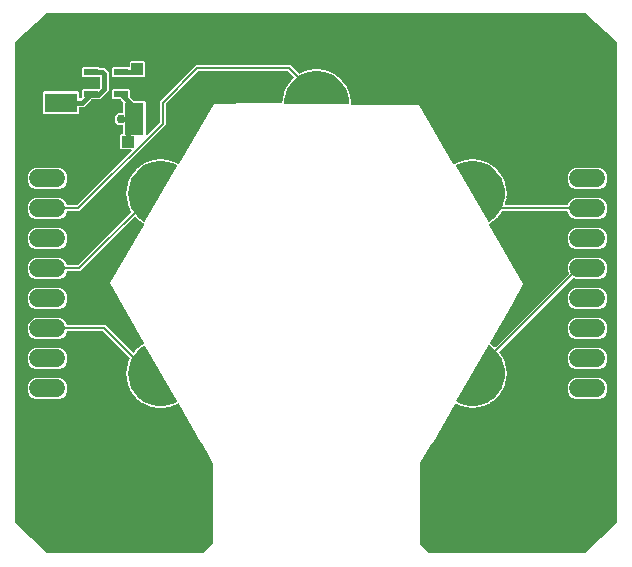
<source format=gbr>
G04 EAGLE Gerber RS-274X export*
G75*
%MOMM*%
%FSLAX34Y34*%
%LPD*%
%INBottom Copper*%
%IPPOS*%
%AMOC8*
5,1,8,0,0,1.08239X$1,22.5*%
G01*
%ADD10C,1.000000*%
%ADD11C,1.524000*%
%ADD12R,1.200000X0.550000*%
%ADD13R,1.000000X1.100000*%
%ADD14R,1.600000X2.700000*%
%ADD15R,2.700000X1.600000*%
%ADD16R,1.100000X1.000000*%
%ADD17C,0.406400*%
%ADD18C,0.750000*%
%ADD19C,0.203200*%

G36*
X408Y410495D02*
X408Y410495D01*
X494Y410518D01*
X582Y410532D01*
X612Y410548D01*
X646Y410557D01*
X715Y410597D01*
X1351Y410501D01*
X1384Y410501D01*
X1465Y410492D01*
X2105Y410492D01*
X2167Y410456D01*
X2239Y410404D01*
X2272Y410394D01*
X2302Y410376D01*
X2464Y410333D01*
X4641Y410005D01*
X4676Y410005D01*
X4710Y409998D01*
X4798Y410007D01*
X4887Y410008D01*
X4920Y410019D01*
X4954Y410023D01*
X5028Y410052D01*
X5643Y409862D01*
X5676Y409858D01*
X5754Y409837D01*
X6388Y409742D01*
X6443Y409696D01*
X6507Y409634D01*
X6538Y409619D01*
X6565Y409597D01*
X6719Y409531D01*
X8823Y408882D01*
X8857Y408877D01*
X8890Y408864D01*
X8979Y408860D01*
X9067Y408848D01*
X9101Y408854D01*
X9135Y408853D01*
X9213Y408871D01*
X9793Y408591D01*
X9824Y408582D01*
X9899Y408550D01*
X10510Y408361D01*
X10559Y408308D01*
X10612Y408237D01*
X10641Y408218D01*
X10664Y408192D01*
X10807Y408103D01*
X12791Y407148D01*
X12824Y407138D01*
X12854Y407121D01*
X12941Y407103D01*
X13027Y407078D01*
X13061Y407079D01*
X13095Y407073D01*
X13174Y407079D01*
X13706Y406716D01*
X13736Y406702D01*
X13805Y406659D01*
X14382Y406381D01*
X14421Y406322D01*
X14464Y406244D01*
X14489Y406220D01*
X14509Y406191D01*
X14636Y406082D01*
X16455Y404842D01*
X16487Y404827D01*
X16514Y404806D01*
X16598Y404775D01*
X16678Y404738D01*
X16713Y404734D01*
X16745Y404722D01*
X16825Y404716D01*
X17296Y404279D01*
X17324Y404260D01*
X17385Y404208D01*
X17914Y403847D01*
X17945Y403782D01*
X17975Y403699D01*
X17997Y403671D01*
X18012Y403640D01*
X18121Y403513D01*
X19736Y402015D01*
X19764Y401996D01*
X19788Y401971D01*
X19866Y401929D01*
X19941Y401879D01*
X19974Y401871D01*
X20004Y401854D01*
X20082Y401837D01*
X20483Y401333D01*
X20508Y401311D01*
X20561Y401250D01*
X21030Y400814D01*
X21051Y400746D01*
X21068Y400658D01*
X21073Y400651D01*
X21074Y400646D01*
X21087Y400624D01*
X21095Y400595D01*
X21185Y400453D01*
X22558Y398732D01*
X22584Y398709D01*
X22603Y398680D01*
X22674Y398626D01*
X22740Y398567D01*
X22772Y398553D01*
X22800Y398532D01*
X22874Y398503D01*
X23195Y397946D01*
X23216Y397920D01*
X23260Y397852D01*
X23659Y397351D01*
X23669Y397280D01*
X23673Y397191D01*
X23686Y397159D01*
X23691Y397125D01*
X23758Y396971D01*
X24859Y395064D01*
X24881Y395037D01*
X24896Y395006D01*
X24959Y394942D01*
X25015Y394874D01*
X25044Y394855D01*
X25069Y394831D01*
X25138Y394791D01*
X25373Y394192D01*
X25389Y394164D01*
X25422Y394089D01*
X25742Y393535D01*
X25742Y393463D01*
X25733Y393375D01*
X25740Y393341D01*
X25740Y393306D01*
X25784Y393144D01*
X26588Y391094D01*
X26606Y391065D01*
X26616Y391032D01*
X26669Y390959D01*
X26714Y390883D01*
X26740Y390860D01*
X26761Y390832D01*
X26823Y390783D01*
X26966Y390155D01*
X26978Y390125D01*
X27000Y390047D01*
X27233Y389451D01*
X27222Y389380D01*
X27200Y389294D01*
X27203Y389259D01*
X27197Y389225D01*
X27216Y389058D01*
X27706Y386911D01*
X27719Y386879D01*
X27725Y386845D01*
X27766Y386766D01*
X27799Y386684D01*
X27822Y386657D01*
X27838Y386627D01*
X27892Y386569D01*
X27940Y385927D01*
X27948Y385895D01*
X27957Y385814D01*
X28099Y385190D01*
X28078Y385121D01*
X28043Y385040D01*
X28041Y385005D01*
X28030Y384972D01*
X28024Y384804D01*
X28180Y382725D01*
X28195Y382664D01*
X28200Y382601D01*
X28223Y382545D01*
X28238Y382486D01*
X28263Y382446D01*
X28263Y381647D01*
X28266Y381626D01*
X28265Y381590D01*
X28313Y380943D01*
X28340Y380832D01*
X28364Y380720D01*
X28369Y380713D01*
X28371Y380704D01*
X28432Y380607D01*
X28491Y380509D01*
X28497Y380503D01*
X28502Y380496D01*
X28591Y380424D01*
X28678Y380349D01*
X28686Y380346D01*
X28693Y380340D01*
X28799Y380300D01*
X28906Y380257D01*
X28916Y380256D01*
X28923Y380254D01*
X28946Y380253D01*
X29072Y380239D01*
X85923Y380239D01*
X115050Y330306D01*
X115122Y330219D01*
X115192Y330130D01*
X115200Y330124D01*
X115207Y330116D01*
X115303Y330056D01*
X115397Y329994D01*
X115407Y329992D01*
X115416Y329986D01*
X115526Y329960D01*
X115635Y329932D01*
X115645Y329932D01*
X115655Y329930D01*
X115768Y329940D01*
X115880Y329948D01*
X115892Y329952D01*
X115900Y329953D01*
X115923Y329963D01*
X116039Y330004D01*
X116764Y330354D01*
X116782Y330366D01*
X116815Y330380D01*
X117497Y330775D01*
X117507Y330774D01*
X117568Y330788D01*
X117631Y330792D01*
X117714Y330822D01*
X117747Y330829D01*
X117762Y330839D01*
X117789Y330848D01*
X119664Y331752D01*
X119692Y331772D01*
X119724Y331785D01*
X119792Y331842D01*
X119865Y331893D01*
X119886Y331921D01*
X119912Y331944D01*
X119957Y332009D01*
X120572Y332200D01*
X120601Y332214D01*
X120677Y332241D01*
X121254Y332519D01*
X121326Y332513D01*
X121413Y332498D01*
X121448Y332503D01*
X121482Y332500D01*
X121647Y332532D01*
X123746Y333181D01*
X123777Y333196D01*
X123811Y333204D01*
X123887Y333251D01*
X123967Y333291D01*
X123991Y333315D01*
X124021Y333333D01*
X124074Y333392D01*
X124711Y333488D01*
X124742Y333498D01*
X124822Y333513D01*
X125434Y333703D01*
X125503Y333686D01*
X125588Y333658D01*
X125623Y333658D01*
X125656Y333650D01*
X125824Y333656D01*
X127997Y333985D01*
X128030Y333996D01*
X128064Y333999D01*
X128146Y334034D01*
X128231Y334061D01*
X128259Y334082D01*
X128291Y334095D01*
X128352Y334145D01*
X128996Y334145D01*
X129029Y334151D01*
X129110Y334154D01*
X129743Y334250D01*
X129809Y334223D01*
X129888Y334182D01*
X129923Y334177D01*
X129955Y334164D01*
X130122Y334146D01*
X132319Y334147D01*
X132354Y334153D01*
X132388Y334150D01*
X132474Y334173D01*
X132562Y334187D01*
X132593Y334203D01*
X132626Y334212D01*
X132695Y334252D01*
X133331Y334156D01*
X133364Y334157D01*
X133445Y334148D01*
X134085Y334148D01*
X134147Y334112D01*
X134219Y334060D01*
X134253Y334050D01*
X134282Y334032D01*
X134444Y333989D01*
X136618Y333663D01*
X136653Y333663D01*
X136686Y333656D01*
X136775Y333665D01*
X136864Y333666D01*
X136897Y333678D01*
X136931Y333681D01*
X137005Y333710D01*
X137620Y333521D01*
X137653Y333517D01*
X137731Y333496D01*
X138364Y333401D01*
X138420Y333356D01*
X138484Y333294D01*
X138515Y333279D01*
X138542Y333257D01*
X138696Y333190D01*
X140796Y332544D01*
X140830Y332539D01*
X140863Y332526D01*
X140952Y332522D01*
X141040Y332510D01*
X141074Y332517D01*
X141108Y332515D01*
X141186Y332533D01*
X141766Y332254D01*
X141798Y332245D01*
X141872Y332212D01*
X142484Y332024D01*
X142532Y331971D01*
X142586Y331900D01*
X142615Y331881D01*
X142638Y331855D01*
X142780Y331766D01*
X144761Y330814D01*
X144794Y330804D01*
X144824Y330787D01*
X144912Y330770D01*
X144997Y330744D01*
X145031Y330746D01*
X145065Y330739D01*
X145145Y330745D01*
X145677Y330383D01*
X145707Y330369D01*
X145775Y330326D01*
X146352Y330049D01*
X146392Y329989D01*
X146435Y329911D01*
X146460Y329887D01*
X146480Y329859D01*
X146607Y329749D01*
X148424Y328513D01*
X148455Y328498D01*
X148482Y328476D01*
X148566Y328446D01*
X148647Y328409D01*
X148681Y328405D01*
X148714Y328393D01*
X148793Y328387D01*
X149265Y327950D01*
X149293Y327932D01*
X149354Y327879D01*
X149883Y327519D01*
X149914Y327454D01*
X149944Y327370D01*
X149966Y327343D01*
X149981Y327312D01*
X150090Y327185D01*
X151702Y325691D01*
X151731Y325672D01*
X151755Y325647D01*
X151833Y325604D01*
X151907Y325555D01*
X151941Y325546D01*
X151971Y325530D01*
X152049Y325512D01*
X152450Y325009D01*
X152475Y324987D01*
X152528Y324926D01*
X152998Y324491D01*
X153018Y324422D01*
X153036Y324335D01*
X153053Y324305D01*
X153063Y324272D01*
X153153Y324130D01*
X154524Y322412D01*
X154550Y322389D01*
X154569Y322361D01*
X154641Y322307D01*
X154707Y322248D01*
X154738Y322234D01*
X154766Y322213D01*
X154840Y322184D01*
X155162Y321627D01*
X155183Y321601D01*
X155226Y321533D01*
X155626Y321032D01*
X155636Y320961D01*
X155641Y320873D01*
X155653Y320840D01*
X155658Y320806D01*
X155726Y320652D01*
X156826Y318750D01*
X156848Y318723D01*
X156863Y318692D01*
X156925Y318628D01*
X156981Y318560D01*
X157011Y318541D01*
X157035Y318516D01*
X157104Y318477D01*
X157339Y317878D01*
X157356Y317850D01*
X157389Y317775D01*
X157709Y317221D01*
X157709Y317149D01*
X157700Y317061D01*
X157708Y317027D01*
X157708Y316992D01*
X157751Y316830D01*
X158555Y314785D01*
X158573Y314755D01*
X158584Y314722D01*
X158636Y314650D01*
X158681Y314574D01*
X158708Y314551D01*
X158728Y314523D01*
X158790Y314474D01*
X158934Y313846D01*
X158946Y313816D01*
X158967Y313738D01*
X159202Y313142D01*
X159190Y313071D01*
X159168Y312985D01*
X159171Y312950D01*
X159166Y312916D01*
X159185Y312749D01*
X159675Y310607D01*
X159688Y310575D01*
X159694Y310541D01*
X159734Y310462D01*
X159768Y310379D01*
X159791Y310353D01*
X159807Y310322D01*
X159861Y310264D01*
X159909Y309622D01*
X159917Y309590D01*
X159926Y309510D01*
X160069Y308885D01*
X160047Y308817D01*
X160013Y308735D01*
X160010Y308701D01*
X160000Y308668D01*
X159994Y308500D01*
X160160Y306309D01*
X160168Y306275D01*
X160168Y306240D01*
X160197Y306156D01*
X160218Y306069D01*
X160236Y306040D01*
X160247Y306007D01*
X160292Y305942D01*
X160244Y305300D01*
X160247Y305267D01*
X160244Y305186D01*
X160293Y304548D01*
X160261Y304483D01*
X160215Y304407D01*
X160207Y304374D01*
X160192Y304342D01*
X160161Y304178D01*
X159998Y301986D01*
X160001Y301951D01*
X159996Y301917D01*
X160012Y301829D01*
X160020Y301741D01*
X160034Y301709D01*
X160040Y301675D01*
X160074Y301604D01*
X159931Y300976D01*
X159929Y300943D01*
X159915Y300863D01*
X159867Y300225D01*
X159826Y300166D01*
X159769Y300098D01*
X159756Y300066D01*
X159737Y300037D01*
X159682Y299879D01*
X159194Y297736D01*
X159192Y297701D01*
X159182Y297668D01*
X159184Y297579D01*
X159179Y297490D01*
X159188Y297457D01*
X159189Y297422D01*
X159212Y297346D01*
X158978Y296747D01*
X158971Y296715D01*
X158944Y296638D01*
X158817Y296079D01*
X158810Y295974D01*
X158799Y295871D01*
X158803Y295852D01*
X158802Y295833D01*
X158829Y295732D01*
X158851Y295630D01*
X158861Y295614D01*
X158866Y295596D01*
X158924Y295509D01*
X158977Y295419D01*
X158992Y295407D01*
X159002Y295391D01*
X159085Y295327D01*
X159164Y295259D01*
X159182Y295252D01*
X159196Y295241D01*
X159295Y295206D01*
X159392Y295167D01*
X159415Y295165D01*
X159429Y295160D01*
X159461Y295160D01*
X159559Y295149D01*
X211626Y295149D01*
X211740Y295168D01*
X211857Y295185D01*
X211862Y295187D01*
X211868Y295188D01*
X211971Y295243D01*
X212076Y295296D01*
X212080Y295301D01*
X212086Y295304D01*
X212166Y295388D01*
X212248Y295472D01*
X212252Y295478D01*
X212255Y295482D01*
X212263Y295499D01*
X212329Y295619D01*
X213227Y297788D01*
X215800Y300361D01*
X219161Y301753D01*
X238039Y301753D01*
X241400Y300361D01*
X243973Y297788D01*
X245365Y294427D01*
X245365Y290789D01*
X243973Y287428D01*
X241400Y284855D01*
X238039Y283463D01*
X219161Y283463D01*
X215800Y284855D01*
X213227Y287428D01*
X212329Y289597D01*
X212267Y289697D01*
X212207Y289797D01*
X212203Y289801D01*
X212199Y289806D01*
X212109Y289881D01*
X212020Y289957D01*
X212015Y289959D01*
X212010Y289963D01*
X211901Y290005D01*
X211792Y290049D01*
X211785Y290050D01*
X211780Y290051D01*
X211762Y290052D01*
X211626Y290067D01*
X156420Y290067D01*
X156358Y290057D01*
X156295Y290057D01*
X156237Y290037D01*
X156177Y290028D01*
X156122Y289998D01*
X156062Y289978D01*
X156014Y289941D01*
X155960Y289912D01*
X155916Y289867D01*
X155866Y289829D01*
X155832Y289778D01*
X155790Y289734D01*
X155764Y289677D01*
X155729Y289625D01*
X155712Y289566D01*
X155687Y289511D01*
X155685Y289499D01*
X155246Y288947D01*
X155230Y288918D01*
X155182Y288853D01*
X154862Y288298D01*
X154800Y288263D01*
X154719Y288226D01*
X154693Y288203D01*
X154663Y288186D01*
X154545Y288067D01*
X153176Y286348D01*
X153159Y286317D01*
X153135Y286292D01*
X153099Y286211D01*
X153056Y286133D01*
X153049Y286099D01*
X153035Y286067D01*
X153023Y285989D01*
X152552Y285551D01*
X152531Y285525D01*
X152474Y285467D01*
X152076Y284966D01*
X152009Y284941D01*
X151923Y284917D01*
X151894Y284897D01*
X151862Y284885D01*
X151727Y284785D01*
X150117Y283289D01*
X150096Y283261D01*
X150069Y283240D01*
X150021Y283165D01*
X149966Y283095D01*
X149955Y283062D01*
X149936Y283033D01*
X149913Y282957D01*
X149381Y282594D01*
X149358Y282571D01*
X149292Y282523D01*
X148823Y282087D01*
X148753Y282072D01*
X148665Y282061D01*
X148634Y282045D01*
X148600Y282038D01*
X148452Y281959D01*
X146733Y280786D01*
X146688Y280743D01*
X146636Y280707D01*
X146599Y280658D01*
X146555Y280616D01*
X146533Y280575D01*
X145842Y280175D01*
X145825Y280162D01*
X145794Y280145D01*
X145319Y279821D01*
X145235Y279740D01*
X145150Y279662D01*
X145146Y279656D01*
X145141Y279651D01*
X145087Y279548D01*
X145031Y279447D01*
X145030Y279440D01*
X145026Y279433D01*
X145008Y279318D01*
X144987Y279205D01*
X144988Y279198D01*
X144987Y279190D01*
X145006Y279076D01*
X145023Y278962D01*
X145026Y278953D01*
X145027Y278948D01*
X145037Y278930D01*
X145091Y278808D01*
X174374Y228608D01*
X165305Y212857D01*
X165296Y212830D01*
X165279Y212806D01*
X165265Y212736D01*
X165242Y212668D01*
X165245Y212639D01*
X165239Y212611D01*
X165246Y212576D01*
X145999Y178824D01*
X145993Y178808D01*
X145983Y178793D01*
X145950Y178693D01*
X145913Y178594D01*
X145913Y178576D01*
X145907Y178559D01*
X145909Y178453D01*
X145906Y178348D01*
X145911Y178331D01*
X145911Y178313D01*
X145946Y178214D01*
X145977Y178112D01*
X145987Y178098D01*
X145993Y178081D01*
X146058Y177998D01*
X146119Y177912D01*
X146133Y177901D01*
X146144Y177887D01*
X146279Y177788D01*
X146524Y177647D01*
X146528Y177638D01*
X146571Y177592D01*
X146606Y177539D01*
X146673Y177482D01*
X146695Y177458D01*
X146711Y177449D01*
X146733Y177430D01*
X148452Y176257D01*
X148483Y176242D01*
X148510Y176220D01*
X148594Y176190D01*
X148675Y176153D01*
X148709Y176149D01*
X148742Y176137D01*
X148821Y176131D01*
X149292Y175693D01*
X149320Y175675D01*
X149381Y175622D01*
X149942Y175240D01*
X150007Y175209D01*
X150068Y175170D01*
X150118Y175157D01*
X150164Y175136D01*
X150236Y175128D01*
X150307Y175110D01*
X150358Y175114D01*
X150409Y175108D01*
X150480Y175123D01*
X150552Y175129D01*
X150599Y175149D01*
X150649Y175160D01*
X150712Y175197D01*
X150778Y175225D01*
X150833Y175269D01*
X150861Y175286D01*
X150876Y175304D01*
X150909Y175330D01*
X212569Y236990D01*
X212636Y237084D01*
X212707Y237179D01*
X212709Y237185D01*
X212712Y237190D01*
X212747Y237301D01*
X212783Y237413D01*
X212783Y237419D01*
X212785Y237425D01*
X212782Y237542D01*
X212781Y237658D01*
X212779Y237666D01*
X212778Y237671D01*
X212772Y237688D01*
X212734Y237820D01*
X211835Y239989D01*
X211835Y243627D01*
X213227Y246988D01*
X215800Y249561D01*
X219161Y250953D01*
X238039Y250953D01*
X241400Y249561D01*
X243973Y246988D01*
X245365Y243627D01*
X245365Y239989D01*
X243973Y236628D01*
X241400Y234055D01*
X238039Y232663D01*
X219161Y232663D01*
X216992Y233562D01*
X216878Y233589D01*
X216764Y233617D01*
X216758Y233617D01*
X216752Y233618D01*
X216636Y233607D01*
X216519Y233598D01*
X216514Y233596D01*
X216507Y233595D01*
X216400Y233547D01*
X216293Y233502D01*
X216287Y233497D01*
X216283Y233495D01*
X216269Y233482D01*
X216162Y233397D01*
X154303Y171538D01*
X154256Y171473D01*
X154241Y171457D01*
X154236Y171446D01*
X154181Y171379D01*
X154173Y171357D01*
X154159Y171338D01*
X154130Y171242D01*
X154095Y171149D01*
X154094Y171125D01*
X154087Y171103D01*
X154089Y171003D01*
X154086Y170903D01*
X154093Y170880D01*
X154093Y170857D01*
X154128Y170763D01*
X154156Y170667D01*
X154172Y170642D01*
X154178Y170626D01*
X154198Y170600D01*
X154246Y170525D01*
X154545Y170149D01*
X154571Y170126D01*
X154590Y170097D01*
X154661Y170044D01*
X154727Y169984D01*
X154759Y169970D01*
X154787Y169949D01*
X154861Y169920D01*
X155182Y169363D01*
X155203Y169337D01*
X155246Y169269D01*
X155645Y168768D01*
X155655Y168697D01*
X155659Y168608D01*
X155672Y168576D01*
X155677Y168541D01*
X155708Y168471D01*
X155709Y168465D01*
X155714Y168457D01*
X155744Y168388D01*
X156842Y166484D01*
X156864Y166457D01*
X156879Y166426D01*
X156941Y166362D01*
X156998Y166293D01*
X157027Y166275D01*
X157051Y166250D01*
X157120Y166211D01*
X157355Y165611D01*
X157372Y165583D01*
X157404Y165509D01*
X157724Y164954D01*
X157723Y164882D01*
X157714Y164794D01*
X157722Y164760D01*
X157722Y164725D01*
X157765Y164563D01*
X158567Y162517D01*
X158585Y162487D01*
X158595Y162454D01*
X158647Y162382D01*
X158693Y162306D01*
X158719Y162283D01*
X158739Y162255D01*
X158801Y162205D01*
X158944Y161578D01*
X158957Y161547D01*
X158978Y161469D01*
X159211Y160873D01*
X159200Y160802D01*
X159178Y160716D01*
X159180Y160681D01*
X159175Y160647D01*
X159194Y160480D01*
X159682Y158337D01*
X159695Y158305D01*
X159700Y158271D01*
X159741Y158192D01*
X159774Y158110D01*
X159797Y158083D01*
X159813Y158053D01*
X159867Y157994D01*
X159915Y157353D01*
X159922Y157321D01*
X159931Y157240D01*
X160074Y156616D01*
X160052Y156547D01*
X160017Y156465D01*
X160015Y156431D01*
X160004Y156398D01*
X159998Y156230D01*
X160161Y154039D01*
X160169Y154005D01*
X160169Y153970D01*
X160198Y153886D01*
X160218Y153799D01*
X160237Y153770D01*
X160248Y153737D01*
X160293Y153672D01*
X160244Y153030D01*
X160247Y152997D01*
X160244Y152916D01*
X160292Y152277D01*
X160260Y152213D01*
X160214Y152137D01*
X160206Y152103D01*
X160191Y152072D01*
X160160Y151907D01*
X159994Y149716D01*
X159997Y149681D01*
X159992Y149647D01*
X160008Y149560D01*
X160015Y149471D01*
X160029Y149439D01*
X160035Y149405D01*
X160070Y149334D01*
X159926Y148706D01*
X159924Y148673D01*
X159909Y148594D01*
X159861Y147955D01*
X159820Y147896D01*
X159806Y147879D01*
X159786Y147858D01*
X159783Y147852D01*
X159763Y147828D01*
X159750Y147796D01*
X159730Y147767D01*
X159691Y147654D01*
X159682Y147635D01*
X159681Y147626D01*
X159675Y147609D01*
X159185Y145467D01*
X159183Y145432D01*
X159173Y145399D01*
X159175Y145310D01*
X159169Y145221D01*
X159178Y145188D01*
X159179Y145153D01*
X159203Y145077D01*
X158967Y144478D01*
X158960Y144446D01*
X158934Y144370D01*
X158791Y143745D01*
X158742Y143693D01*
X158675Y143634D01*
X158657Y143604D01*
X158634Y143579D01*
X158555Y143431D01*
X157751Y141385D01*
X157744Y141352D01*
X157729Y141320D01*
X157718Y141232D01*
X157700Y141145D01*
X157703Y141111D01*
X157699Y141076D01*
X157711Y140998D01*
X157389Y140441D01*
X157377Y140410D01*
X157339Y140338D01*
X157105Y139742D01*
X157049Y139698D01*
X156974Y139650D01*
X156952Y139623D01*
X156925Y139601D01*
X156841Y139487D01*
X156838Y139484D01*
X156837Y139482D01*
X156826Y139466D01*
X155726Y137564D01*
X155713Y137531D01*
X155694Y137502D01*
X155670Y137417D01*
X155638Y137333D01*
X155637Y137299D01*
X155628Y137265D01*
X155628Y137186D01*
X155226Y136683D01*
X155210Y136654D01*
X155162Y136589D01*
X154842Y136035D01*
X154779Y136000D01*
X154698Y135963D01*
X154673Y135939D01*
X154643Y135922D01*
X154524Y135804D01*
X153153Y134086D01*
X153136Y134056D01*
X153112Y134030D01*
X153076Y133949D01*
X153032Y133872D01*
X153026Y133838D01*
X153012Y133806D01*
X153000Y133727D01*
X152528Y133290D01*
X152508Y133264D01*
X152450Y133207D01*
X152051Y132706D01*
X151984Y132681D01*
X151898Y132657D01*
X151870Y132637D01*
X151837Y132625D01*
X151702Y132525D01*
X150090Y131031D01*
X150069Y131004D01*
X150042Y130982D01*
X149994Y130907D01*
X149939Y130837D01*
X149928Y130804D01*
X149909Y130775D01*
X149886Y130699D01*
X149354Y130337D01*
X149330Y130314D01*
X149265Y130266D01*
X148795Y129831D01*
X148725Y129815D01*
X148637Y129804D01*
X148606Y129789D01*
X148572Y129782D01*
X148424Y129703D01*
X146607Y128467D01*
X146582Y128443D01*
X146552Y128425D01*
X146493Y128358D01*
X146429Y128297D01*
X146413Y128266D01*
X146390Y128240D01*
X146355Y128169D01*
X145775Y127890D01*
X145748Y127871D01*
X145677Y127833D01*
X145147Y127473D01*
X145076Y127468D01*
X144987Y127470D01*
X144954Y127460D01*
X144919Y127458D01*
X144761Y127402D01*
X142780Y126450D01*
X142752Y126430D01*
X142720Y126417D01*
X142652Y126360D01*
X142579Y126309D01*
X142558Y126281D01*
X142532Y126259D01*
X142487Y126193D01*
X141872Y126004D01*
X141842Y125989D01*
X141766Y125962D01*
X141189Y125685D01*
X141117Y125691D01*
X141030Y125706D01*
X140995Y125701D01*
X140961Y125704D01*
X140796Y125672D01*
X138696Y125026D01*
X138665Y125011D01*
X138631Y125003D01*
X138555Y124956D01*
X138475Y124917D01*
X138451Y124892D01*
X138421Y124874D01*
X138367Y124816D01*
X137731Y124720D01*
X137699Y124710D01*
X137620Y124695D01*
X137008Y124506D01*
X136938Y124523D01*
X136854Y124551D01*
X136819Y124551D01*
X136785Y124559D01*
X136618Y124553D01*
X134444Y124227D01*
X134411Y124216D01*
X134377Y124213D01*
X134295Y124179D01*
X134210Y124151D01*
X134182Y124131D01*
X134150Y124117D01*
X134088Y124068D01*
X133445Y124068D01*
X133412Y124063D01*
X133331Y124060D01*
X132698Y123965D01*
X132632Y123991D01*
X132552Y124032D01*
X132518Y124037D01*
X132486Y124050D01*
X132319Y124069D01*
X130122Y124070D01*
X130087Y124065D01*
X130053Y124067D01*
X129967Y124045D01*
X129879Y124031D01*
X129848Y124014D01*
X129815Y124006D01*
X129746Y123966D01*
X129110Y124062D01*
X129077Y124062D01*
X128996Y124071D01*
X128356Y124071D01*
X128294Y124108D01*
X128222Y124160D01*
X128189Y124170D01*
X128159Y124187D01*
X127997Y124231D01*
X125824Y124560D01*
X125789Y124559D01*
X125755Y124567D01*
X125667Y124558D01*
X125578Y124557D01*
X125545Y124545D01*
X125511Y124542D01*
X125437Y124513D01*
X124822Y124703D01*
X124789Y124707D01*
X124711Y124728D01*
X124078Y124824D01*
X124022Y124869D01*
X123958Y124931D01*
X123927Y124946D01*
X123900Y124968D01*
X123746Y125035D01*
X121647Y125684D01*
X121613Y125689D01*
X121580Y125701D01*
X121491Y125706D01*
X121403Y125718D01*
X121369Y125711D01*
X121335Y125713D01*
X121257Y125695D01*
X120677Y125975D01*
X120646Y125984D01*
X120572Y126016D01*
X119960Y126206D01*
X119911Y126259D01*
X119858Y126330D01*
X119829Y126349D01*
X119806Y126375D01*
X119664Y126464D01*
X117789Y127368D01*
X117729Y127386D01*
X117672Y127413D01*
X117612Y127420D01*
X117554Y127437D01*
X117492Y127435D01*
X117424Y127456D01*
X117329Y127492D01*
X117307Y127493D01*
X117286Y127500D01*
X117185Y127498D01*
X117083Y127502D01*
X117062Y127495D01*
X117040Y127495D01*
X116945Y127461D01*
X116847Y127432D01*
X116829Y127419D01*
X116808Y127412D01*
X116729Y127349D01*
X116646Y127291D01*
X116633Y127273D01*
X116615Y127259D01*
X116517Y127123D01*
X97434Y93660D01*
X97237Y93790D01*
X97179Y93811D01*
X97124Y93840D01*
X97098Y93841D01*
X97074Y93849D01*
X97013Y93843D01*
X96951Y93844D01*
X96927Y93834D01*
X96902Y93831D01*
X96850Y93798D01*
X96793Y93771D01*
X96775Y93750D01*
X96756Y93738D01*
X96737Y93706D01*
X96698Y93662D01*
X87046Y76898D01*
X87039Y76874D01*
X87025Y76855D01*
X87007Y76766D01*
X86997Y76732D01*
X86998Y76723D01*
X86996Y76713D01*
X86978Y75323D01*
X86969Y75307D01*
X86930Y75202D01*
X86887Y75097D01*
X86886Y75084D01*
X86883Y75077D01*
X86882Y75052D01*
X86869Y74930D01*
X86869Y66804D01*
X86742Y56901D01*
X86742Y56899D01*
X86742Y56896D01*
X86742Y56642D01*
X86753Y56592D01*
X86755Y56541D01*
X86773Y56509D01*
X86781Y56473D01*
X86814Y56434D01*
X86838Y56389D01*
X86868Y56368D01*
X86869Y56367D01*
X86869Y8890D01*
X86884Y8800D01*
X86891Y8709D01*
X86903Y8679D01*
X86909Y8647D01*
X86928Y8611D01*
X86930Y8603D01*
X86951Y8566D01*
X86987Y8483D01*
X87013Y8451D01*
X87024Y8430D01*
X87045Y8410D01*
X87056Y8392D01*
X87069Y8380D01*
X87092Y8352D01*
X94712Y732D01*
X94786Y679D01*
X94855Y619D01*
X94885Y607D01*
X94911Y588D01*
X94998Y561D01*
X95083Y527D01*
X95124Y523D01*
X95147Y516D01*
X95179Y517D01*
X95250Y509D01*
X226124Y509D01*
X226204Y522D01*
X226286Y526D01*
X226325Y542D01*
X226366Y549D01*
X226439Y587D01*
X226515Y617D01*
X226559Y650D01*
X226584Y664D01*
X226604Y685D01*
X226649Y719D01*
X253255Y26058D01*
X253316Y26138D01*
X253381Y26215D01*
X253390Y26236D01*
X253403Y26254D01*
X253435Y26350D01*
X253473Y26443D01*
X253476Y26471D01*
X253481Y26488D01*
X253481Y26521D01*
X253491Y26610D01*
X253491Y432949D01*
X253473Y433058D01*
X253459Y433167D01*
X253454Y433179D01*
X253452Y433192D01*
X253400Y433289D01*
X253352Y433388D01*
X253341Y433400D01*
X253336Y433409D01*
X253316Y433429D01*
X253241Y433514D01*
X226437Y457765D01*
X226376Y457804D01*
X226321Y457851D01*
X226273Y457870D01*
X226230Y457898D01*
X226160Y457916D01*
X226093Y457943D01*
X226023Y457951D01*
X225992Y457958D01*
X225968Y457957D01*
X225926Y457961D01*
X-228600Y457961D01*
X-228671Y457950D01*
X-228744Y457948D01*
X-228792Y457930D01*
X-228843Y457922D01*
X-228907Y457888D01*
X-228975Y457863D01*
X-229032Y457821D01*
X-229060Y457806D01*
X-229077Y457789D01*
X-229111Y457765D01*
X-255781Y433635D01*
X-255849Y433549D01*
X-255921Y433465D01*
X-255926Y433453D01*
X-255934Y433442D01*
X-255972Y433339D01*
X-256013Y433237D01*
X-256015Y433221D01*
X-256018Y433211D01*
X-256019Y433183D01*
X-256031Y433070D01*
X-256031Y26670D01*
X-256015Y26571D01*
X-256005Y26471D01*
X-255995Y26450D01*
X-255992Y26427D01*
X-255945Y26339D01*
X-255903Y26247D01*
X-255885Y26225D01*
X-255876Y26210D01*
X-255853Y26187D01*
X-255795Y26119D01*
X-229125Y719D01*
X-229057Y673D01*
X-228995Y619D01*
X-228956Y604D01*
X-228922Y580D01*
X-228843Y558D01*
X-228767Y527D01*
X-228712Y521D01*
X-228685Y514D01*
X-228656Y515D01*
X-228600Y509D01*
X-97790Y509D01*
X-97700Y524D01*
X-97609Y531D01*
X-97579Y543D01*
X-97547Y549D01*
X-97467Y591D01*
X-97383Y627D01*
X-97351Y653D01*
X-97330Y664D01*
X-97308Y687D01*
X-97252Y732D01*
X-88362Y9622D01*
X-88309Y9696D01*
X-88249Y9765D01*
X-88237Y9795D01*
X-88218Y9821D01*
X-88191Y9908D01*
X-88157Y9993D01*
X-88153Y10034D01*
X-88146Y10057D01*
X-88147Y10089D01*
X-88139Y10160D01*
X-88139Y76200D01*
X-88157Y76311D01*
X-88172Y76423D01*
X-88177Y76435D01*
X-88179Y76443D01*
X-88190Y76465D01*
X-88239Y76577D01*
X-91752Y82739D01*
X-98049Y93975D01*
X-98051Y93977D01*
X-98051Y93979D01*
X-98178Y94199D01*
X-98213Y94237D01*
X-98241Y94280D01*
X-98272Y94299D01*
X-98297Y94326D01*
X-98345Y94344D01*
X-98384Y94367D01*
X-117216Y127392D01*
X-117289Y127483D01*
X-117361Y127575D01*
X-117367Y127578D01*
X-117371Y127584D01*
X-117469Y127646D01*
X-117566Y127710D01*
X-117573Y127712D01*
X-117578Y127715D01*
X-117691Y127743D01*
X-117804Y127773D01*
X-117811Y127773D01*
X-117817Y127774D01*
X-117933Y127764D01*
X-118050Y127757D01*
X-118057Y127754D01*
X-118062Y127754D01*
X-118080Y127746D01*
X-118208Y127701D01*
X-118288Y127662D01*
X-118306Y127650D01*
X-118339Y127635D01*
X-119021Y127241D01*
X-119031Y127242D01*
X-119092Y127228D01*
X-119155Y127224D01*
X-119239Y127194D01*
X-119271Y127187D01*
X-119286Y127177D01*
X-119313Y127168D01*
X-121188Y126264D01*
X-121216Y126244D01*
X-121248Y126231D01*
X-121316Y126174D01*
X-121389Y126123D01*
X-121410Y126095D01*
X-121436Y126072D01*
X-121481Y126007D01*
X-122096Y125816D01*
X-122125Y125802D01*
X-122201Y125775D01*
X-122778Y125497D01*
X-122850Y125503D01*
X-122937Y125518D01*
X-122972Y125513D01*
X-123006Y125516D01*
X-123171Y125484D01*
X-125270Y124835D01*
X-125301Y124820D01*
X-125335Y124812D01*
X-125411Y124765D01*
X-125491Y124725D01*
X-125515Y124701D01*
X-125545Y124683D01*
X-125598Y124624D01*
X-126235Y124528D01*
X-126266Y124518D01*
X-126346Y124503D01*
X-126958Y124313D01*
X-127027Y124330D01*
X-127112Y124358D01*
X-127147Y124358D01*
X-127180Y124366D01*
X-127348Y124360D01*
X-129521Y124031D01*
X-129554Y124020D01*
X-129588Y124017D01*
X-129670Y123982D01*
X-129755Y123955D01*
X-129783Y123934D01*
X-129815Y123921D01*
X-129876Y123871D01*
X-130520Y123871D01*
X-130553Y123865D01*
X-130634Y123862D01*
X-131267Y123766D01*
X-131333Y123793D01*
X-131412Y123834D01*
X-131447Y123839D01*
X-131479Y123852D01*
X-131646Y123870D01*
X-133843Y123869D01*
X-133878Y123863D01*
X-133912Y123866D01*
X-133998Y123843D01*
X-134086Y123829D01*
X-134117Y123813D01*
X-134150Y123804D01*
X-134219Y123764D01*
X-134855Y123860D01*
X-134888Y123859D01*
X-134969Y123868D01*
X-135609Y123868D01*
X-135671Y123904D01*
X-135743Y123956D01*
X-135777Y123966D01*
X-135806Y123984D01*
X-135968Y124027D01*
X-138142Y124353D01*
X-138177Y124353D01*
X-138210Y124360D01*
X-138299Y124351D01*
X-138388Y124350D01*
X-138421Y124338D01*
X-138455Y124335D01*
X-138529Y124306D01*
X-139144Y124495D01*
X-139177Y124499D01*
X-139255Y124520D01*
X-139888Y124615D01*
X-139944Y124660D01*
X-140008Y124722D01*
X-140039Y124737D01*
X-140066Y124759D01*
X-140220Y124826D01*
X-142320Y125472D01*
X-142354Y125477D01*
X-142387Y125490D01*
X-142476Y125494D01*
X-142564Y125506D01*
X-142598Y125499D01*
X-142632Y125501D01*
X-142710Y125483D01*
X-143290Y125762D01*
X-143322Y125771D01*
X-143396Y125804D01*
X-144008Y125992D01*
X-144056Y126045D01*
X-144110Y126116D01*
X-144139Y126135D01*
X-144162Y126161D01*
X-144304Y126250D01*
X-146285Y127202D01*
X-146318Y127212D01*
X-146348Y127229D01*
X-146436Y127246D01*
X-146521Y127272D01*
X-146555Y127270D01*
X-146589Y127277D01*
X-146669Y127271D01*
X-147201Y127633D01*
X-147231Y127647D01*
X-147299Y127690D01*
X-147876Y127967D01*
X-147916Y128027D01*
X-147959Y128105D01*
X-147970Y128116D01*
X-147978Y128128D01*
X-147993Y128141D01*
X-148004Y128157D01*
X-148131Y128267D01*
X-149948Y129503D01*
X-149979Y129518D01*
X-150006Y129540D01*
X-150090Y129570D01*
X-150171Y129607D01*
X-150205Y129611D01*
X-150238Y129623D01*
X-150317Y129629D01*
X-150789Y130066D01*
X-150816Y130084D01*
X-150878Y130137D01*
X-151407Y130497D01*
X-151438Y130562D01*
X-151468Y130646D01*
X-151490Y130673D01*
X-151505Y130704D01*
X-151614Y130831D01*
X-153226Y132325D01*
X-153255Y132344D01*
X-153279Y132369D01*
X-153357Y132412D01*
X-153431Y132461D01*
X-153465Y132470D01*
X-153495Y132486D01*
X-153573Y132504D01*
X-153974Y133007D01*
X-153999Y133029D01*
X-154052Y133090D01*
X-154522Y133525D01*
X-154542Y133594D01*
X-154560Y133681D01*
X-154577Y133711D01*
X-154587Y133744D01*
X-154677Y133886D01*
X-156048Y135604D01*
X-156074Y135627D01*
X-156093Y135655D01*
X-156165Y135709D01*
X-156231Y135768D01*
X-156262Y135782D01*
X-156290Y135803D01*
X-156364Y135832D01*
X-156686Y136389D01*
X-156707Y136415D01*
X-156750Y136483D01*
X-157150Y136984D01*
X-157160Y137055D01*
X-157165Y137143D01*
X-157177Y137176D01*
X-157182Y137210D01*
X-157250Y137364D01*
X-158350Y139266D01*
X-158372Y139293D01*
X-158387Y139324D01*
X-158449Y139388D01*
X-158505Y139456D01*
X-158535Y139475D01*
X-158559Y139500D01*
X-158628Y139539D01*
X-158863Y140138D01*
X-158880Y140166D01*
X-158913Y140241D01*
X-159233Y140795D01*
X-159233Y140867D01*
X-159224Y140955D01*
X-159232Y140989D01*
X-159232Y141024D01*
X-159275Y141186D01*
X-160079Y143231D01*
X-160097Y143261D01*
X-160108Y143294D01*
X-160160Y143366D01*
X-160205Y143442D01*
X-160232Y143465D01*
X-160252Y143493D01*
X-160314Y143542D01*
X-160458Y144170D01*
X-160470Y144200D01*
X-160491Y144278D01*
X-160726Y144874D01*
X-160714Y144945D01*
X-160692Y145031D01*
X-160695Y145066D01*
X-160690Y145100D01*
X-160709Y145267D01*
X-161199Y147409D01*
X-161212Y147441D01*
X-161218Y147475D01*
X-161258Y147554D01*
X-161292Y147637D01*
X-161315Y147663D01*
X-161331Y147694D01*
X-161385Y147752D01*
X-161433Y148394D01*
X-161441Y148426D01*
X-161450Y148506D01*
X-161593Y149131D01*
X-161571Y149199D01*
X-161537Y149281D01*
X-161534Y149315D01*
X-161524Y149348D01*
X-161518Y149516D01*
X-161684Y151707D01*
X-161692Y151741D01*
X-161692Y151776D01*
X-161721Y151860D01*
X-161742Y151947D01*
X-161760Y151976D01*
X-161771Y152009D01*
X-161816Y152074D01*
X-161768Y152716D01*
X-161771Y152749D01*
X-161770Y152782D01*
X-161768Y152798D01*
X-161769Y152803D01*
X-161768Y152830D01*
X-161817Y153468D01*
X-161785Y153533D01*
X-161739Y153609D01*
X-161731Y153643D01*
X-161716Y153674D01*
X-161685Y153839D01*
X-161522Y156030D01*
X-161525Y156065D01*
X-161520Y156099D01*
X-161536Y156187D01*
X-161544Y156275D01*
X-161558Y156307D01*
X-161564Y156341D01*
X-161598Y156412D01*
X-161455Y157040D01*
X-161453Y157073D01*
X-161439Y157153D01*
X-161391Y157791D01*
X-161350Y157850D01*
X-161293Y157918D01*
X-161280Y157950D01*
X-161261Y157979D01*
X-161206Y158137D01*
X-160718Y160280D01*
X-160716Y160315D01*
X-160706Y160348D01*
X-160708Y160437D01*
X-160703Y160526D01*
X-160712Y160559D01*
X-160713Y160594D01*
X-160736Y160670D01*
X-160502Y161269D01*
X-160495Y161301D01*
X-160468Y161378D01*
X-160326Y162002D01*
X-160277Y162054D01*
X-160210Y162113D01*
X-160193Y162143D01*
X-160169Y162169D01*
X-160091Y162317D01*
X-159289Y164363D01*
X-159282Y164397D01*
X-159267Y164429D01*
X-159256Y164517D01*
X-159238Y164604D01*
X-159242Y164638D01*
X-159238Y164673D01*
X-159250Y164751D01*
X-158966Y165243D01*
X-158950Y165284D01*
X-158927Y165321D01*
X-158907Y165399D01*
X-158879Y165474D01*
X-158877Y165517D01*
X-158867Y165559D01*
X-158873Y165639D01*
X-158870Y165719D01*
X-158883Y165761D01*
X-158886Y165805D01*
X-158917Y165878D01*
X-158940Y165955D01*
X-158965Y165991D01*
X-158982Y166031D01*
X-159074Y166146D01*
X-159082Y166156D01*
X-159084Y166158D01*
X-159087Y166162D01*
X-181169Y188244D01*
X-181243Y188297D01*
X-181313Y188357D01*
X-181343Y188369D01*
X-181369Y188388D01*
X-181456Y188415D01*
X-181541Y188449D01*
X-181582Y188453D01*
X-181604Y188460D01*
X-181636Y188459D01*
X-181708Y188467D01*
X-211626Y188467D01*
X-211740Y188448D01*
X-211857Y188431D01*
X-211862Y188429D01*
X-211868Y188428D01*
X-211971Y188373D01*
X-212076Y188320D01*
X-212080Y188315D01*
X-212086Y188312D01*
X-212166Y188228D01*
X-212248Y188144D01*
X-212252Y188138D01*
X-212255Y188134D01*
X-212263Y188117D01*
X-212329Y187997D01*
X-213227Y185828D01*
X-215800Y183255D01*
X-219161Y181863D01*
X-238039Y181863D01*
X-241400Y183255D01*
X-243973Y185828D01*
X-245365Y189189D01*
X-245365Y192827D01*
X-243973Y196188D01*
X-241400Y198761D01*
X-238039Y200153D01*
X-219161Y200153D01*
X-215800Y198761D01*
X-213227Y196188D01*
X-212329Y194019D01*
X-212267Y193919D01*
X-212207Y193819D01*
X-212203Y193815D01*
X-212199Y193810D01*
X-212109Y193735D01*
X-212020Y193659D01*
X-212015Y193657D01*
X-212010Y193653D01*
X-211901Y193611D01*
X-211792Y193567D01*
X-211785Y193566D01*
X-211780Y193565D01*
X-211762Y193564D01*
X-211626Y193549D01*
X-179288Y193549D01*
X-177576Y191837D01*
X-156503Y170764D01*
X-156452Y170727D01*
X-156407Y170683D01*
X-156352Y170656D01*
X-156303Y170620D01*
X-156243Y170602D01*
X-156187Y170574D01*
X-156126Y170566D01*
X-156068Y170548D01*
X-156005Y170550D01*
X-155943Y170541D01*
X-155883Y170553D01*
X-155822Y170554D01*
X-155763Y170576D01*
X-155701Y170588D01*
X-155648Y170618D01*
X-155591Y170639D01*
X-155542Y170678D01*
X-155487Y170709D01*
X-155425Y170772D01*
X-155399Y170793D01*
X-155390Y170807D01*
X-155369Y170828D01*
X-154700Y171668D01*
X-154683Y171699D01*
X-154659Y171724D01*
X-154623Y171805D01*
X-154580Y171883D01*
X-154573Y171917D01*
X-154559Y171949D01*
X-154547Y172027D01*
X-154076Y172465D01*
X-154055Y172491D01*
X-153998Y172549D01*
X-153600Y173050D01*
X-153533Y173075D01*
X-153447Y173099D01*
X-153418Y173119D01*
X-153386Y173131D01*
X-153251Y173231D01*
X-151641Y174727D01*
X-151620Y174755D01*
X-151593Y174776D01*
X-151545Y174851D01*
X-151490Y174921D01*
X-151479Y174954D01*
X-151460Y174983D01*
X-151437Y175059D01*
X-150905Y175422D01*
X-150882Y175445D01*
X-150816Y175493D01*
X-150347Y175929D01*
X-150277Y175944D01*
X-150189Y175955D01*
X-150158Y175971D01*
X-150124Y175978D01*
X-149976Y176057D01*
X-148257Y177230D01*
X-148212Y177273D01*
X-148160Y177309D01*
X-148123Y177358D01*
X-148079Y177400D01*
X-148057Y177441D01*
X-147366Y177841D01*
X-147349Y177855D01*
X-147317Y177872D01*
X-146950Y178122D01*
X-146869Y178200D01*
X-146786Y178275D01*
X-146780Y178284D01*
X-146772Y178292D01*
X-146720Y178391D01*
X-146665Y178489D01*
X-146663Y178500D01*
X-146657Y178510D01*
X-146640Y178620D01*
X-146618Y178730D01*
X-146620Y178741D01*
X-146618Y178752D01*
X-146637Y178863D01*
X-146652Y178974D01*
X-146657Y178986D01*
X-146658Y178995D01*
X-146671Y179018D01*
X-146718Y179128D01*
X-175651Y229866D01*
X-146963Y279046D01*
X-146921Y279154D01*
X-146878Y279261D01*
X-146877Y279269D01*
X-146875Y279276D01*
X-146870Y279391D01*
X-146863Y279507D01*
X-146865Y279514D01*
X-146865Y279521D01*
X-146897Y279632D01*
X-146927Y279744D01*
X-146931Y279750D01*
X-146933Y279758D01*
X-146999Y279852D01*
X-147064Y279949D01*
X-147071Y279955D01*
X-147074Y279959D01*
X-147090Y279972D01*
X-147191Y280058D01*
X-147318Y280145D01*
X-147337Y280154D01*
X-147366Y280175D01*
X-148048Y280569D01*
X-148052Y280578D01*
X-148095Y280624D01*
X-148130Y280677D01*
X-148197Y280734D01*
X-148219Y280758D01*
X-148235Y280767D01*
X-148257Y280786D01*
X-149976Y281959D01*
X-150007Y281974D01*
X-150034Y281995D01*
X-150118Y282026D01*
X-150199Y282063D01*
X-150233Y282067D01*
X-150266Y282079D01*
X-150345Y282085D01*
X-150816Y282523D01*
X-150844Y282541D01*
X-150905Y282594D01*
X-151434Y282955D01*
X-151465Y283020D01*
X-151495Y283103D01*
X-151517Y283131D01*
X-151532Y283162D01*
X-151641Y283289D01*
X-153251Y284785D01*
X-153280Y284804D01*
X-153304Y284829D01*
X-153382Y284872D01*
X-153456Y284921D01*
X-153490Y284930D01*
X-153520Y284946D01*
X-153598Y284964D01*
X-153769Y285179D01*
X-153815Y285221D01*
X-153854Y285270D01*
X-153906Y285303D01*
X-153951Y285344D01*
X-154008Y285369D01*
X-154061Y285403D01*
X-154120Y285418D01*
X-154176Y285442D01*
X-154239Y285448D01*
X-154300Y285463D01*
X-154360Y285458D01*
X-154421Y285463D01*
X-154482Y285449D01*
X-154545Y285444D01*
X-154601Y285420D01*
X-154660Y285406D01*
X-154714Y285372D01*
X-154771Y285347D01*
X-154841Y285292D01*
X-154868Y285274D01*
X-154880Y285261D01*
X-154902Y285243D01*
X-200878Y239267D01*
X-211626Y239267D01*
X-211740Y239248D01*
X-211857Y239231D01*
X-211862Y239229D01*
X-211868Y239228D01*
X-211971Y239173D01*
X-212076Y239120D01*
X-212080Y239115D01*
X-212086Y239112D01*
X-212166Y239028D01*
X-212248Y238944D01*
X-212252Y238938D01*
X-212255Y238934D01*
X-212263Y238917D01*
X-212329Y238797D01*
X-213227Y236628D01*
X-215800Y234055D01*
X-219161Y232663D01*
X-238039Y232663D01*
X-241400Y234055D01*
X-243973Y236628D01*
X-245365Y239989D01*
X-245365Y243627D01*
X-243973Y246988D01*
X-241400Y249561D01*
X-238039Y250953D01*
X-219161Y250953D01*
X-215800Y249561D01*
X-213227Y246988D01*
X-212329Y244819D01*
X-212267Y244719D01*
X-212207Y244619D01*
X-212203Y244615D01*
X-212199Y244610D01*
X-212109Y244535D01*
X-212020Y244459D01*
X-212015Y244457D01*
X-212010Y244453D01*
X-211901Y244411D01*
X-211792Y244367D01*
X-211785Y244366D01*
X-211780Y244365D01*
X-211762Y244364D01*
X-211626Y244349D01*
X-203298Y244349D01*
X-203208Y244363D01*
X-203117Y244371D01*
X-203087Y244383D01*
X-203055Y244388D01*
X-202974Y244431D01*
X-202890Y244467D01*
X-202858Y244493D01*
X-202838Y244504D01*
X-202815Y244527D01*
X-202759Y244572D01*
X-157767Y289564D01*
X-157741Y289600D01*
X-157709Y289629D01*
X-157670Y289699D01*
X-157623Y289764D01*
X-157610Y289806D01*
X-157589Y289844D01*
X-157574Y289923D01*
X-157551Y289999D01*
X-157552Y290043D01*
X-157544Y290086D01*
X-157555Y290165D01*
X-157557Y290245D01*
X-157572Y290286D01*
X-157578Y290329D01*
X-157637Y290463D01*
X-157642Y290476D01*
X-157644Y290479D01*
X-157646Y290483D01*
X-158366Y291732D01*
X-158388Y291759D01*
X-158403Y291790D01*
X-158465Y291854D01*
X-158522Y291923D01*
X-158551Y291941D01*
X-158575Y291966D01*
X-158644Y292005D01*
X-158879Y292605D01*
X-158896Y292633D01*
X-158928Y292707D01*
X-159248Y293262D01*
X-159247Y293334D01*
X-159238Y293422D01*
X-159246Y293456D01*
X-159246Y293491D01*
X-159289Y293653D01*
X-160091Y295699D01*
X-160109Y295729D01*
X-160119Y295762D01*
X-160171Y295834D01*
X-160217Y295910D01*
X-160243Y295933D01*
X-160263Y295961D01*
X-160325Y296011D01*
X-160468Y296638D01*
X-160481Y296669D01*
X-160502Y296747D01*
X-160735Y297343D01*
X-160724Y297414D01*
X-160702Y297500D01*
X-160704Y297535D01*
X-160699Y297569D01*
X-160718Y297736D01*
X-161206Y299879D01*
X-161219Y299911D01*
X-161224Y299945D01*
X-161265Y300024D01*
X-161298Y300106D01*
X-161321Y300133D01*
X-161337Y300163D01*
X-161391Y300222D01*
X-161439Y300863D01*
X-161446Y300895D01*
X-161455Y300976D01*
X-161598Y301600D01*
X-161576Y301669D01*
X-161541Y301751D01*
X-161539Y301785D01*
X-161528Y301818D01*
X-161522Y301986D01*
X-161685Y304178D01*
X-161693Y304211D01*
X-161693Y304246D01*
X-161722Y304330D01*
X-161742Y304417D01*
X-161761Y304446D01*
X-161772Y304479D01*
X-161817Y304544D01*
X-161768Y305186D01*
X-161771Y305219D01*
X-161768Y305300D01*
X-161816Y305939D01*
X-161784Y306003D01*
X-161738Y306079D01*
X-161730Y306113D01*
X-161715Y306144D01*
X-161684Y306309D01*
X-161518Y308500D01*
X-161521Y308535D01*
X-161516Y308569D01*
X-161532Y308656D01*
X-161539Y308745D01*
X-161553Y308777D01*
X-161559Y308811D01*
X-161594Y308882D01*
X-161450Y309510D01*
X-161448Y309543D01*
X-161433Y309622D01*
X-161385Y310261D01*
X-161344Y310320D01*
X-161287Y310388D01*
X-161274Y310420D01*
X-161254Y310449D01*
X-161199Y310607D01*
X-160709Y312749D01*
X-160707Y312784D01*
X-160697Y312817D01*
X-160699Y312906D01*
X-160693Y312995D01*
X-160702Y313028D01*
X-160703Y313063D01*
X-160727Y313139D01*
X-160491Y313738D01*
X-160484Y313770D01*
X-160458Y313846D01*
X-160315Y314471D01*
X-160266Y314523D01*
X-160199Y314582D01*
X-160182Y314612D01*
X-160158Y314637D01*
X-160079Y314785D01*
X-159275Y316830D01*
X-159268Y316864D01*
X-159253Y316896D01*
X-159242Y316984D01*
X-159223Y317071D01*
X-159227Y317105D01*
X-159223Y317140D01*
X-159235Y317218D01*
X-158913Y317775D01*
X-158901Y317806D01*
X-158863Y317878D01*
X-158629Y318474D01*
X-158573Y318518D01*
X-158498Y318566D01*
X-158476Y318593D01*
X-158449Y318615D01*
X-158350Y318750D01*
X-157250Y320652D01*
X-157237Y320685D01*
X-157218Y320714D01*
X-157194Y320799D01*
X-157162Y320883D01*
X-157161Y320917D01*
X-157152Y320951D01*
X-157152Y321030D01*
X-156750Y321533D01*
X-156734Y321562D01*
X-156686Y321627D01*
X-156366Y322181D01*
X-156303Y322216D01*
X-156222Y322253D01*
X-156197Y322277D01*
X-156167Y322294D01*
X-156048Y322412D01*
X-154677Y324130D01*
X-154660Y324160D01*
X-154636Y324186D01*
X-154600Y324267D01*
X-154556Y324344D01*
X-154550Y324378D01*
X-154536Y324410D01*
X-154524Y324489D01*
X-154052Y324926D01*
X-154032Y324952D01*
X-153974Y325009D01*
X-153575Y325510D01*
X-153508Y325535D01*
X-153422Y325559D01*
X-153394Y325579D01*
X-153361Y325591D01*
X-153226Y325691D01*
X-151614Y327185D01*
X-151593Y327212D01*
X-151566Y327234D01*
X-151518Y327309D01*
X-151463Y327379D01*
X-151452Y327412D01*
X-151433Y327441D01*
X-151410Y327517D01*
X-150878Y327879D01*
X-150854Y327902D01*
X-150789Y327950D01*
X-150319Y328385D01*
X-150249Y328401D01*
X-150161Y328412D01*
X-150130Y328427D01*
X-150096Y328434D01*
X-149948Y328513D01*
X-148131Y329749D01*
X-148106Y329773D01*
X-148076Y329791D01*
X-148017Y329858D01*
X-147953Y329919D01*
X-147937Y329950D01*
X-147914Y329976D01*
X-147879Y330047D01*
X-147299Y330326D01*
X-147272Y330345D01*
X-147201Y330383D01*
X-146671Y330743D01*
X-146600Y330748D01*
X-146511Y330746D01*
X-146478Y330756D01*
X-146443Y330758D01*
X-146285Y330814D01*
X-144304Y331766D01*
X-144276Y331786D01*
X-144244Y331799D01*
X-144176Y331856D01*
X-144103Y331907D01*
X-144082Y331935D01*
X-144056Y331957D01*
X-144011Y332023D01*
X-143396Y332212D01*
X-143366Y332227D01*
X-143290Y332254D01*
X-142713Y332531D01*
X-142641Y332525D01*
X-142554Y332510D01*
X-142519Y332515D01*
X-142485Y332512D01*
X-142320Y332544D01*
X-140220Y333190D01*
X-140189Y333205D01*
X-140155Y333213D01*
X-140079Y333260D01*
X-139999Y333299D01*
X-139975Y333324D01*
X-139945Y333342D01*
X-139891Y333400D01*
X-139255Y333496D01*
X-139223Y333506D01*
X-139144Y333521D01*
X-138532Y333710D01*
X-138462Y333693D01*
X-138378Y333665D01*
X-138343Y333665D01*
X-138309Y333657D01*
X-138142Y333663D01*
X-135968Y333989D01*
X-135935Y334000D01*
X-135901Y334003D01*
X-135819Y334037D01*
X-135734Y334065D01*
X-135706Y334085D01*
X-135674Y334099D01*
X-135612Y334148D01*
X-134969Y334148D01*
X-134936Y334153D01*
X-134855Y334156D01*
X-134222Y334251D01*
X-134156Y334225D01*
X-134076Y334184D01*
X-134042Y334179D01*
X-134010Y334166D01*
X-133843Y334147D01*
X-131646Y334146D01*
X-131611Y334151D01*
X-131577Y334149D01*
X-131491Y334171D01*
X-131403Y334185D01*
X-131372Y334202D01*
X-131339Y334210D01*
X-131270Y334250D01*
X-130634Y334154D01*
X-130600Y334154D01*
X-130520Y334145D01*
X-129880Y334145D01*
X-129818Y334108D01*
X-129746Y334056D01*
X-129713Y334046D01*
X-129683Y334029D01*
X-129521Y333985D01*
X-127348Y333656D01*
X-127313Y333657D01*
X-127279Y333649D01*
X-127191Y333658D01*
X-127102Y333659D01*
X-127069Y333671D01*
X-127035Y333674D01*
X-126961Y333703D01*
X-126346Y333513D01*
X-126313Y333509D01*
X-126235Y333488D01*
X-125602Y333392D01*
X-125546Y333347D01*
X-125482Y333285D01*
X-125451Y333270D01*
X-125424Y333248D01*
X-125270Y333181D01*
X-123171Y332532D01*
X-123137Y332527D01*
X-123104Y332515D01*
X-123015Y332510D01*
X-122927Y332498D01*
X-122893Y332505D01*
X-122859Y332503D01*
X-122781Y332521D01*
X-122201Y332241D01*
X-122170Y332232D01*
X-122096Y332200D01*
X-121484Y332010D01*
X-121435Y331957D01*
X-121382Y331886D01*
X-121353Y331867D01*
X-121330Y331841D01*
X-121188Y331752D01*
X-119313Y330848D01*
X-119253Y330830D01*
X-119196Y330803D01*
X-119136Y330796D01*
X-119078Y330779D01*
X-119030Y330780D01*
X-118339Y330381D01*
X-118319Y330373D01*
X-118288Y330354D01*
X-117942Y330187D01*
X-117835Y330155D01*
X-117830Y330154D01*
X-117817Y330148D01*
X-117812Y330148D01*
X-117727Y330120D01*
X-117717Y330120D01*
X-117707Y330117D01*
X-117594Y330122D01*
X-117481Y330123D01*
X-117471Y330126D01*
X-117461Y330127D01*
X-117355Y330167D01*
X-117249Y330204D01*
X-117240Y330210D01*
X-117231Y330214D01*
X-117150Y330280D01*
X-117141Y330285D01*
X-117132Y330294D01*
X-117054Y330354D01*
X-117047Y330364D01*
X-117041Y330370D01*
X-117027Y330391D01*
X-116981Y330453D01*
X-116971Y330463D01*
X-116968Y330470D01*
X-116954Y330489D01*
X-87464Y381044D01*
X-69762Y381044D01*
X-69733Y381050D01*
X-69703Y381047D01*
X-69636Y381069D01*
X-69567Y381083D01*
X-69543Y381100D01*
X-69514Y381110D01*
X-69461Y381156D01*
X-69403Y381196D01*
X-69387Y381221D01*
X-69365Y381241D01*
X-69334Y381304D01*
X-69296Y381363D01*
X-69291Y381393D01*
X-69278Y381420D01*
X-69271Y381509D01*
X-30548Y381509D01*
X-30528Y381512D01*
X-30509Y381510D01*
X-30407Y381532D01*
X-30305Y381549D01*
X-30288Y381558D01*
X-30268Y381562D01*
X-30179Y381615D01*
X-30088Y381664D01*
X-30074Y381678D01*
X-30057Y381688D01*
X-29990Y381767D01*
X-29918Y381842D01*
X-29910Y381860D01*
X-29897Y381875D01*
X-29858Y381971D01*
X-29815Y382065D01*
X-29813Y382085D01*
X-29805Y382103D01*
X-29787Y382270D01*
X-29787Y382436D01*
X-29781Y382443D01*
X-29763Y382504D01*
X-29735Y382560D01*
X-29718Y382647D01*
X-29709Y382678D01*
X-29709Y382696D01*
X-29704Y382725D01*
X-29548Y384804D01*
X-29551Y384839D01*
X-29546Y384873D01*
X-29562Y384961D01*
X-29569Y385049D01*
X-29583Y385081D01*
X-29590Y385115D01*
X-29624Y385187D01*
X-29481Y385814D01*
X-29479Y385847D01*
X-29464Y385927D01*
X-29416Y386565D01*
X-29375Y386624D01*
X-29318Y386692D01*
X-29305Y386725D01*
X-29286Y386753D01*
X-29230Y386911D01*
X-28740Y389058D01*
X-28738Y389093D01*
X-28728Y389126D01*
X-28731Y389215D01*
X-28725Y389304D01*
X-28734Y389337D01*
X-28735Y389372D01*
X-28759Y389448D01*
X-28524Y390047D01*
X-28517Y390079D01*
X-28490Y390155D01*
X-28348Y390780D01*
X-28298Y390832D01*
X-28232Y390891D01*
X-28214Y390921D01*
X-28190Y390946D01*
X-28112Y391094D01*
X-27308Y393144D01*
X-27301Y393178D01*
X-27286Y393209D01*
X-27275Y393298D01*
X-27256Y393385D01*
X-27260Y393419D01*
X-27256Y393453D01*
X-27268Y393532D01*
X-26946Y394089D01*
X-26934Y394120D01*
X-26897Y394192D01*
X-26663Y394788D01*
X-26606Y394832D01*
X-26532Y394880D01*
X-26510Y394908D01*
X-26483Y394929D01*
X-26383Y395064D01*
X-25282Y396971D01*
X-25270Y397003D01*
X-25251Y397032D01*
X-25227Y397118D01*
X-25195Y397201D01*
X-25194Y397236D01*
X-25185Y397269D01*
X-25185Y397349D01*
X-24784Y397852D01*
X-24767Y397881D01*
X-24719Y397946D01*
X-24399Y398500D01*
X-24337Y398536D01*
X-24256Y398572D01*
X-24231Y398596D01*
X-24200Y398613D01*
X-24082Y398732D01*
X-22709Y400453D01*
X-22695Y400478D01*
X-22676Y400498D01*
X-22673Y400504D01*
X-22669Y400509D01*
X-22632Y400590D01*
X-22589Y400668D01*
X-22583Y400698D01*
X-22572Y400721D01*
X-22572Y400725D01*
X-22568Y400734D01*
X-22556Y400812D01*
X-22085Y401250D01*
X-22064Y401276D01*
X-22007Y401333D01*
X-21608Y401834D01*
X-21541Y401860D01*
X-21455Y401884D01*
X-21427Y401903D01*
X-21394Y401916D01*
X-21260Y402015D01*
X-20150Y403045D01*
X-20129Y403072D01*
X-20103Y403093D01*
X-20054Y403168D01*
X-20000Y403239D01*
X-19988Y403271D01*
X-19970Y403300D01*
X-19948Y403387D01*
X-19918Y403471D01*
X-19918Y403505D01*
X-19910Y403538D01*
X-19917Y403627D01*
X-19916Y403717D01*
X-19926Y403750D01*
X-19929Y403784D01*
X-19964Y403866D01*
X-19991Y403951D01*
X-20012Y403979D01*
X-20025Y404010D01*
X-20130Y404141D01*
X-24705Y408716D01*
X-24779Y408769D01*
X-24849Y408829D01*
X-24879Y408841D01*
X-24905Y408860D01*
X-24992Y408887D01*
X-25077Y408921D01*
X-25118Y408925D01*
X-25140Y408932D01*
X-25172Y408931D01*
X-25244Y408939D01*
X-100232Y408939D01*
X-100322Y408925D01*
X-100413Y408917D01*
X-100443Y408905D01*
X-100475Y408900D01*
X-100556Y408857D01*
X-100640Y408821D01*
X-100672Y408795D01*
X-100692Y408784D01*
X-100715Y408761D01*
X-100771Y408716D01*
X-128046Y381441D01*
X-128099Y381367D01*
X-128159Y381297D01*
X-128171Y381267D01*
X-128190Y381241D01*
X-128217Y381154D01*
X-128251Y381069D01*
X-128255Y381028D01*
X-128262Y381006D01*
X-128261Y380974D01*
X-128269Y380902D01*
X-128269Y363438D01*
X-201640Y290067D01*
X-211626Y290067D01*
X-211740Y290048D01*
X-211857Y290031D01*
X-211862Y290029D01*
X-211868Y290028D01*
X-211971Y289973D01*
X-212076Y289920D01*
X-212080Y289915D01*
X-212086Y289912D01*
X-212166Y289828D01*
X-212248Y289744D01*
X-212252Y289738D01*
X-212255Y289734D01*
X-212263Y289717D01*
X-212329Y289597D01*
X-213227Y287428D01*
X-215800Y284855D01*
X-219161Y283463D01*
X-238039Y283463D01*
X-241400Y284855D01*
X-243973Y287428D01*
X-245365Y290789D01*
X-245365Y294427D01*
X-243973Y297788D01*
X-241400Y300361D01*
X-238039Y301753D01*
X-219161Y301753D01*
X-215800Y300361D01*
X-213227Y297788D01*
X-212329Y295619D01*
X-212267Y295519D01*
X-212207Y295419D01*
X-212203Y295415D01*
X-212199Y295410D01*
X-212109Y295335D01*
X-212020Y295259D01*
X-212015Y295257D01*
X-212010Y295253D01*
X-211901Y295211D01*
X-211792Y295167D01*
X-211785Y295166D01*
X-211780Y295165D01*
X-211762Y295164D01*
X-211626Y295149D01*
X-204060Y295149D01*
X-203970Y295163D01*
X-203879Y295171D01*
X-203849Y295183D01*
X-203817Y295188D01*
X-203736Y295231D01*
X-203652Y295267D01*
X-203620Y295293D01*
X-203600Y295304D01*
X-203577Y295327D01*
X-203521Y295372D01*
X-157467Y341426D01*
X-157426Y341484D01*
X-157376Y341536D01*
X-157354Y341583D01*
X-157324Y341625D01*
X-157303Y341694D01*
X-157273Y341759D01*
X-157267Y341811D01*
X-157251Y341861D01*
X-157253Y341932D01*
X-157245Y342003D01*
X-157257Y342054D01*
X-157258Y342106D01*
X-157282Y342174D01*
X-157298Y342244D01*
X-157324Y342289D01*
X-157342Y342337D01*
X-157387Y342393D01*
X-157424Y342455D01*
X-157463Y342489D01*
X-157496Y342529D01*
X-157556Y342568D01*
X-157611Y342615D01*
X-157659Y342634D01*
X-157703Y342662D01*
X-157772Y342680D01*
X-157839Y342707D01*
X-157910Y342715D01*
X-157941Y342723D01*
X-157965Y342721D01*
X-158006Y342725D01*
X-166542Y342725D01*
X-167435Y343618D01*
X-167435Y354882D01*
X-166542Y355775D01*
X-165196Y355775D01*
X-165176Y355778D01*
X-165157Y355776D01*
X-165055Y355798D01*
X-164953Y355814D01*
X-164936Y355824D01*
X-164916Y355828D01*
X-164827Y355881D01*
X-164736Y355930D01*
X-164722Y355944D01*
X-164705Y355954D01*
X-164638Y356033D01*
X-164566Y356108D01*
X-164558Y356126D01*
X-164545Y356141D01*
X-164506Y356237D01*
X-164463Y356331D01*
X-164461Y356351D01*
X-164453Y356369D01*
X-164435Y356536D01*
X-164435Y362264D01*
X-164438Y362284D01*
X-164436Y362303D01*
X-164458Y362405D01*
X-164474Y362507D01*
X-164484Y362524D01*
X-164488Y362544D01*
X-164541Y362633D01*
X-164590Y362724D01*
X-164604Y362738D01*
X-164614Y362755D01*
X-164693Y362822D01*
X-164768Y362894D01*
X-164786Y362902D01*
X-164801Y362915D01*
X-164897Y362954D01*
X-164991Y362997D01*
X-165011Y362999D01*
X-165029Y363007D01*
X-165196Y363025D01*
X-168555Y363025D01*
X-171645Y366115D01*
X-171645Y370485D01*
X-168555Y373575D01*
X-165196Y373575D01*
X-165176Y373578D01*
X-165157Y373576D01*
X-165055Y373598D01*
X-164953Y373614D01*
X-164936Y373624D01*
X-164916Y373628D01*
X-164827Y373681D01*
X-164736Y373730D01*
X-164722Y373744D01*
X-164705Y373754D01*
X-164638Y373833D01*
X-164566Y373908D01*
X-164558Y373926D01*
X-164545Y373941D01*
X-164506Y374037D01*
X-164463Y374131D01*
X-164461Y374151D01*
X-164453Y374169D01*
X-164435Y374336D01*
X-164435Y382299D01*
X-164449Y382390D01*
X-164457Y382480D01*
X-164469Y382510D01*
X-164474Y382542D01*
X-164517Y382623D01*
X-164553Y382707D01*
X-164579Y382739D01*
X-164590Y382760D01*
X-164613Y382782D01*
X-164658Y382838D01*
X-166602Y384782D01*
X-166676Y384835D01*
X-166746Y384895D01*
X-166776Y384907D01*
X-166802Y384926D01*
X-166889Y384953D01*
X-166974Y384987D01*
X-167015Y384991D01*
X-167037Y384998D01*
X-167069Y384997D01*
X-167141Y385005D01*
X-172702Y385005D01*
X-173595Y385898D01*
X-173595Y392662D01*
X-172702Y393555D01*
X-159438Y393555D01*
X-158545Y392662D01*
X-158545Y387101D01*
X-158531Y387010D01*
X-158523Y386920D01*
X-158511Y386890D01*
X-158506Y386858D01*
X-158463Y386777D01*
X-158427Y386693D01*
X-158401Y386661D01*
X-158390Y386640D01*
X-158367Y386618D01*
X-158322Y386562D01*
X-155308Y383548D01*
X-155234Y383495D01*
X-155164Y383435D01*
X-155134Y383423D01*
X-155108Y383404D01*
X-155021Y383377D01*
X-154936Y383343D01*
X-154895Y383339D01*
X-154873Y383332D01*
X-154841Y383333D01*
X-154769Y383325D01*
X-146278Y383325D01*
X-145385Y382432D01*
X-145385Y355346D01*
X-145374Y355275D01*
X-145372Y355203D01*
X-145354Y355154D01*
X-145346Y355103D01*
X-145312Y355040D01*
X-145287Y354972D01*
X-145255Y354932D01*
X-145230Y354886D01*
X-145178Y354836D01*
X-145134Y354780D01*
X-145090Y354752D01*
X-145052Y354716D01*
X-144987Y354686D01*
X-144927Y354647D01*
X-144876Y354634D01*
X-144829Y354613D01*
X-144758Y354605D01*
X-144688Y354587D01*
X-144636Y354591D01*
X-144585Y354585D01*
X-144514Y354601D01*
X-144443Y354606D01*
X-144395Y354627D01*
X-144344Y354638D01*
X-144283Y354675D01*
X-144217Y354703D01*
X-144161Y354747D01*
X-144133Y354764D01*
X-144118Y354782D01*
X-144086Y354807D01*
X-133574Y365319D01*
X-133521Y365393D01*
X-133461Y365463D01*
X-133449Y365493D01*
X-133430Y365519D01*
X-133403Y365606D01*
X-133369Y365691D01*
X-133365Y365732D01*
X-133358Y365754D01*
X-133359Y365786D01*
X-133351Y365858D01*
X-133351Y383322D01*
X-102652Y414021D01*
X-22824Y414021D01*
X-15848Y407045D01*
X-15789Y407003D01*
X-15737Y406953D01*
X-15690Y406932D01*
X-15648Y406902D01*
X-15579Y406880D01*
X-15514Y406850D01*
X-15462Y406844D01*
X-15413Y406829D01*
X-15341Y406831D01*
X-15269Y406823D01*
X-15219Y406834D01*
X-15167Y406836D01*
X-15099Y406860D01*
X-15029Y406876D01*
X-14966Y406909D01*
X-14936Y406920D01*
X-14918Y406935D01*
X-14881Y406954D01*
X-14701Y407077D01*
X-14629Y407082D01*
X-14540Y407079D01*
X-14507Y407090D01*
X-14473Y407092D01*
X-14315Y407148D01*
X-12331Y408103D01*
X-12302Y408123D01*
X-12270Y408136D01*
X-12202Y408193D01*
X-12129Y408244D01*
X-12109Y408272D01*
X-12082Y408294D01*
X-12038Y408360D01*
X-11423Y408550D01*
X-11393Y408565D01*
X-11317Y408591D01*
X-10740Y408869D01*
X-10668Y408863D01*
X-10581Y408848D01*
X-10546Y408853D01*
X-10512Y408850D01*
X-10347Y408882D01*
X-8243Y409531D01*
X-8212Y409546D01*
X-8178Y409554D01*
X-8102Y409600D01*
X-8023Y409640D01*
X-7998Y409665D01*
X-7969Y409683D01*
X-7915Y409741D01*
X-7278Y409837D01*
X-7247Y409847D01*
X-7167Y409862D01*
X-6555Y410051D01*
X-6486Y410035D01*
X-6401Y410006D01*
X-6367Y410006D01*
X-6333Y409998D01*
X-6165Y410005D01*
X-3988Y410333D01*
X-3955Y410344D01*
X-3920Y410346D01*
X-3839Y410381D01*
X-3754Y410408D01*
X-3726Y410429D01*
X-3694Y410443D01*
X-3632Y410492D01*
X-2989Y410492D01*
X-2956Y410498D01*
X-2875Y410501D01*
X-2242Y410596D01*
X-2175Y410569D01*
X-2096Y410529D01*
X-2062Y410524D01*
X-2030Y410511D01*
X-1863Y410492D01*
X339Y410492D01*
X373Y410498D01*
X408Y410495D01*
G37*
G36*
X26265Y381049D02*
X26265Y381049D01*
X26292Y381047D01*
X26361Y381069D01*
X26433Y381083D01*
X26455Y381099D01*
X26481Y381107D01*
X26537Y381155D01*
X26597Y381196D01*
X26611Y381219D01*
X26632Y381237D01*
X26665Y381302D01*
X26704Y381363D01*
X26708Y381390D01*
X26720Y381415D01*
X26730Y381519D01*
X26737Y381560D01*
X26735Y381569D01*
X26736Y381580D01*
X26434Y385604D01*
X26426Y385635D01*
X26423Y385678D01*
X25525Y389612D01*
X25512Y389641D01*
X25503Y389684D01*
X24029Y393440D01*
X24012Y393467D01*
X23997Y393508D01*
X21979Y397002D01*
X21958Y397026D01*
X21937Y397064D01*
X19421Y400219D01*
X19396Y400239D01*
X19370Y400274D01*
X16412Y403018D01*
X16385Y403035D01*
X16353Y403065D01*
X13019Y405338D01*
X12990Y405351D01*
X12955Y405376D01*
X9319Y407126D01*
X9288Y407134D01*
X9249Y407154D01*
X5393Y408343D01*
X5362Y408346D01*
X5320Y408360D01*
X1330Y408961D01*
X1298Y408960D01*
X1256Y408967D01*
X-2780Y408967D01*
X-2811Y408960D01*
X-2854Y408961D01*
X-6844Y408360D01*
X-6874Y408349D01*
X-6917Y408343D01*
X-10773Y407154D01*
X-10801Y407138D01*
X-10843Y407126D01*
X-14479Y405376D01*
X-14504Y405356D01*
X-14543Y405338D01*
X-17877Y403065D01*
X-17900Y403042D01*
X-17936Y403018D01*
X-20894Y400274D01*
X-20913Y400248D01*
X-20945Y400219D01*
X-23461Y397064D01*
X-23475Y397036D01*
X-23503Y397002D01*
X-25521Y393508D01*
X-25531Y393477D01*
X-25553Y393440D01*
X-27027Y389684D01*
X-27033Y389652D01*
X-27049Y389612D01*
X-27947Y385678D01*
X-27948Y385646D01*
X-27958Y385604D01*
X-28260Y381580D01*
X-28256Y381553D01*
X-28261Y381526D01*
X-28244Y381456D01*
X-28235Y381383D01*
X-28221Y381359D01*
X-28215Y381333D01*
X-28172Y381274D01*
X-28135Y381211D01*
X-28113Y381195D01*
X-28097Y381173D01*
X-28034Y381136D01*
X-27976Y381092D01*
X-27949Y381085D01*
X-27926Y381071D01*
X-27822Y381054D01*
X-27783Y381044D01*
X-27773Y381046D01*
X-27762Y381044D01*
X26238Y381044D01*
X26265Y381049D01*
G37*
G36*
X-146234Y281386D02*
X-146234Y281386D01*
X-146161Y281387D01*
X-146136Y281397D01*
X-146109Y281400D01*
X-146046Y281436D01*
X-145979Y281465D01*
X-145960Y281484D01*
X-145936Y281497D01*
X-145869Y281579D01*
X-145841Y281608D01*
X-145837Y281617D01*
X-145830Y281626D01*
X-118830Y328326D01*
X-118821Y328351D01*
X-118805Y328374D01*
X-118790Y328445D01*
X-118767Y328514D01*
X-118769Y328541D01*
X-118763Y328568D01*
X-118776Y328640D01*
X-118782Y328712D01*
X-118794Y328737D01*
X-118799Y328763D01*
X-118840Y328824D01*
X-118873Y328889D01*
X-118894Y328906D01*
X-118909Y328929D01*
X-118995Y328990D01*
X-119027Y329016D01*
X-119036Y329018D01*
X-119045Y329025D01*
X-122676Y330776D01*
X-122707Y330784D01*
X-122745Y330804D01*
X-126597Y331994D01*
X-126629Y331997D01*
X-126670Y332011D01*
X-130655Y332614D01*
X-130687Y332613D01*
X-130730Y332620D01*
X-134761Y332622D01*
X-134792Y332616D01*
X-134835Y332617D01*
X-138822Y332018D01*
X-138852Y332007D01*
X-138895Y332002D01*
X-142748Y330816D01*
X-142776Y330801D01*
X-142817Y330789D01*
X-146450Y329042D01*
X-146475Y329023D01*
X-146515Y329005D01*
X-149847Y326736D01*
X-149869Y326713D01*
X-149905Y326689D01*
X-152862Y323949D01*
X-152880Y323923D01*
X-152913Y323894D01*
X-155428Y320744D01*
X-155443Y320716D01*
X-155470Y320683D01*
X-157488Y317193D01*
X-157498Y317163D01*
X-157520Y317126D01*
X-158157Y315505D01*
X-158943Y313508D01*
X-158995Y313374D01*
X-159001Y313342D01*
X-159017Y313303D01*
X-159917Y309373D01*
X-159917Y309341D01*
X-159928Y309299D01*
X-160232Y305279D01*
X-160228Y305248D01*
X-160232Y305205D01*
X-159933Y301185D01*
X-159924Y301154D01*
X-159922Y301111D01*
X-159027Y297180D01*
X-159014Y297151D01*
X-159005Y297109D01*
X-157535Y293356D01*
X-157517Y293329D01*
X-157502Y293288D01*
X-155489Y289796D01*
X-155468Y289772D01*
X-155447Y289734D01*
X-152935Y286581D01*
X-152911Y286561D01*
X-152885Y286526D01*
X-149931Y283783D01*
X-149904Y283766D01*
X-149873Y283736D01*
X-146544Y281463D01*
X-146518Y281453D01*
X-146497Y281435D01*
X-146428Y281414D01*
X-146360Y281386D01*
X-146333Y281386D01*
X-146307Y281378D01*
X-146234Y281386D01*
G37*
G36*
X144743Y281386D02*
X144743Y281386D01*
X144816Y281382D01*
X144841Y281392D01*
X144868Y281394D01*
X144964Y281438D01*
X145002Y281452D01*
X145009Y281458D01*
X145020Y281463D01*
X148349Y283736D01*
X148371Y283759D01*
X148407Y283783D01*
X151361Y286526D01*
X151379Y286552D01*
X151411Y286581D01*
X153923Y289734D01*
X153937Y289763D01*
X153965Y289796D01*
X155978Y293288D01*
X155988Y293318D01*
X156011Y293356D01*
X156919Y295675D01*
X157115Y296174D01*
X157310Y296673D01*
X157311Y296674D01*
X157481Y297109D01*
X157487Y297140D01*
X157503Y297180D01*
X158398Y301111D01*
X158398Y301143D01*
X158409Y301185D01*
X158708Y305205D01*
X158704Y305236D01*
X158708Y305279D01*
X158404Y309299D01*
X158395Y309330D01*
X158393Y309373D01*
X157493Y313303D01*
X157480Y313332D01*
X157471Y313374D01*
X155996Y317126D01*
X155979Y317152D01*
X155964Y317193D01*
X153946Y320683D01*
X153925Y320706D01*
X153904Y320744D01*
X151389Y323894D01*
X151364Y323915D01*
X151338Y323949D01*
X148381Y326689D01*
X148354Y326706D01*
X148323Y326736D01*
X144991Y329005D01*
X144961Y329017D01*
X144926Y329042D01*
X141293Y330789D01*
X141262Y330796D01*
X141224Y330816D01*
X137371Y332002D01*
X137339Y332005D01*
X137298Y332018D01*
X133311Y332617D01*
X133280Y332615D01*
X133237Y332622D01*
X129206Y332620D01*
X129175Y332613D01*
X129131Y332614D01*
X125146Y332011D01*
X125116Y332000D01*
X125073Y331994D01*
X121221Y330804D01*
X121194Y330789D01*
X121152Y330776D01*
X117521Y329025D01*
X117499Y329009D01*
X117474Y328999D01*
X117421Y328949D01*
X117363Y328905D01*
X117349Y328881D01*
X117330Y328863D01*
X117300Y328796D01*
X117264Y328732D01*
X117261Y328705D01*
X117250Y328680D01*
X117249Y328607D01*
X117240Y328535D01*
X117248Y328509D01*
X117248Y328482D01*
X117284Y328383D01*
X117296Y328344D01*
X117302Y328337D01*
X117306Y328326D01*
X144306Y281626D01*
X144324Y281605D01*
X144335Y281581D01*
X144389Y281531D01*
X144438Y281477D01*
X144462Y281465D01*
X144482Y281447D01*
X144551Y281423D01*
X144617Y281391D01*
X144644Y281390D01*
X144670Y281381D01*
X144743Y281386D01*
G37*
G36*
X-130730Y125396D02*
X-130730Y125396D01*
X-130699Y125403D01*
X-130655Y125402D01*
X-126670Y126005D01*
X-126640Y126016D01*
X-126597Y126022D01*
X-122745Y127212D01*
X-122718Y127227D01*
X-122676Y127240D01*
X-119045Y128991D01*
X-119023Y129007D01*
X-118998Y129017D01*
X-118945Y129067D01*
X-118887Y129111D01*
X-118873Y129135D01*
X-118854Y129153D01*
X-118824Y129220D01*
X-118788Y129284D01*
X-118785Y129311D01*
X-118774Y129336D01*
X-118773Y129409D01*
X-118764Y129481D01*
X-118772Y129507D01*
X-118772Y129535D01*
X-118808Y129633D01*
X-118820Y129672D01*
X-118826Y129680D01*
X-118830Y129690D01*
X-145830Y176390D01*
X-145848Y176411D01*
X-145859Y176435D01*
X-145913Y176485D01*
X-145962Y176539D01*
X-145986Y176551D01*
X-146006Y176569D01*
X-146075Y176593D01*
X-146141Y176625D01*
X-146168Y176626D01*
X-146194Y176635D01*
X-146267Y176630D01*
X-146340Y176634D01*
X-146365Y176624D01*
X-146392Y176622D01*
X-146488Y176578D01*
X-146526Y176564D01*
X-146533Y176558D01*
X-146544Y176553D01*
X-149873Y174280D01*
X-149895Y174257D01*
X-149931Y174233D01*
X-152885Y171490D01*
X-152903Y171464D01*
X-152935Y171435D01*
X-155447Y168282D01*
X-155461Y168253D01*
X-155489Y168220D01*
X-157502Y164728D01*
X-157512Y164698D01*
X-157535Y164660D01*
X-159005Y160907D01*
X-159011Y160876D01*
X-159027Y160836D01*
X-159922Y156905D01*
X-159922Y156873D01*
X-159933Y156831D01*
X-160232Y152811D01*
X-160228Y152780D01*
X-160232Y152737D01*
X-159928Y148717D01*
X-159919Y148686D01*
X-159917Y148643D01*
X-159017Y144713D01*
X-159004Y144684D01*
X-158995Y144642D01*
X-157520Y140891D01*
X-157503Y140864D01*
X-157488Y140823D01*
X-155470Y137333D01*
X-155449Y137310D01*
X-155428Y137272D01*
X-152913Y134122D01*
X-152888Y134101D01*
X-152862Y134067D01*
X-149905Y131327D01*
X-149878Y131310D01*
X-149847Y131280D01*
X-146515Y129012D01*
X-146485Y128999D01*
X-146450Y128974D01*
X-142817Y127227D01*
X-142786Y127220D01*
X-142748Y127200D01*
X-138895Y126014D01*
X-138863Y126011D01*
X-138822Y125998D01*
X-134835Y125399D01*
X-134804Y125401D01*
X-134761Y125394D01*
X-130730Y125396D01*
G37*
G36*
X133268Y125600D02*
X133268Y125600D01*
X133311Y125599D01*
X137298Y126198D01*
X137328Y126209D01*
X137371Y126214D01*
X141224Y127400D01*
X141252Y127415D01*
X141293Y127427D01*
X144926Y129174D01*
X144951Y129193D01*
X144991Y129212D01*
X148323Y131480D01*
X148345Y131503D01*
X148381Y131527D01*
X151338Y134267D01*
X151356Y134293D01*
X151389Y134322D01*
X153904Y137472D01*
X153919Y137500D01*
X153946Y137533D01*
X155964Y141023D01*
X155974Y141054D01*
X155996Y141091D01*
X157471Y144842D01*
X157477Y144874D01*
X157481Y144885D01*
X157482Y144885D01*
X157493Y144913D01*
X158393Y148843D01*
X158393Y148875D01*
X158404Y148917D01*
X158708Y152937D01*
X158704Y152968D01*
X158708Y153011D01*
X158409Y157031D01*
X158400Y157062D01*
X158398Y157105D01*
X157503Y161036D01*
X157490Y161065D01*
X157481Y161107D01*
X156011Y164860D01*
X155993Y164887D01*
X155978Y164928D01*
X153965Y168420D01*
X153944Y168444D01*
X153923Y168482D01*
X151411Y171635D01*
X151387Y171655D01*
X151361Y171690D01*
X148407Y174433D01*
X148380Y174450D01*
X148349Y174480D01*
X145020Y176753D01*
X144994Y176763D01*
X144973Y176781D01*
X144904Y176802D01*
X144836Y176830D01*
X144809Y176830D01*
X144783Y176838D01*
X144710Y176830D01*
X144637Y176830D01*
X144612Y176819D01*
X144585Y176816D01*
X144522Y176780D01*
X144455Y176751D01*
X144436Y176732D01*
X144412Y176719D01*
X144345Y176637D01*
X144317Y176608D01*
X144313Y176599D01*
X144306Y176590D01*
X117306Y129890D01*
X117297Y129865D01*
X117281Y129842D01*
X117266Y129771D01*
X117243Y129702D01*
X117245Y129675D01*
X117239Y129648D01*
X117252Y129576D01*
X117258Y129504D01*
X117270Y129479D01*
X117275Y129453D01*
X117316Y129392D01*
X117349Y129327D01*
X117370Y129310D01*
X117385Y129287D01*
X117471Y129226D01*
X117503Y129200D01*
X117512Y129198D01*
X117521Y129191D01*
X121152Y127440D01*
X121183Y127432D01*
X121221Y127412D01*
X125073Y126222D01*
X125105Y126219D01*
X125146Y126205D01*
X129131Y125602D01*
X129163Y125603D01*
X129206Y125596D01*
X133237Y125594D01*
X133268Y125600D01*
G37*
%LPC*%
G36*
X-231302Y372685D02*
X-231302Y372685D01*
X-232195Y373578D01*
X-232195Y390842D01*
X-231302Y391735D01*
X-203038Y391735D01*
X-202145Y390842D01*
X-202145Y386528D01*
X-202142Y386508D01*
X-202144Y386489D01*
X-202122Y386387D01*
X-202106Y386285D01*
X-202096Y386268D01*
X-202092Y386248D01*
X-202039Y386159D01*
X-201990Y386068D01*
X-201976Y386054D01*
X-201966Y386037D01*
X-201887Y385970D01*
X-201812Y385898D01*
X-201794Y385890D01*
X-201779Y385877D01*
X-201683Y385838D01*
X-201589Y385795D01*
X-201569Y385793D01*
X-201551Y385785D01*
X-201384Y385767D01*
X-200929Y385767D01*
X-200838Y385781D01*
X-200748Y385789D01*
X-200718Y385801D01*
X-200686Y385806D01*
X-200605Y385849D01*
X-200521Y385885D01*
X-200489Y385911D01*
X-200468Y385922D01*
X-200446Y385945D01*
X-200390Y385990D01*
X-199818Y386562D01*
X-199765Y386636D01*
X-199705Y386706D01*
X-199693Y386736D01*
X-199674Y386762D01*
X-199647Y386849D01*
X-199613Y386934D01*
X-199609Y386975D01*
X-199602Y386997D01*
X-199603Y387029D01*
X-199595Y387101D01*
X-199595Y392662D01*
X-198702Y393555D01*
X-185831Y393555D01*
X-185740Y393569D01*
X-185650Y393577D01*
X-185620Y393589D01*
X-185588Y393594D01*
X-185507Y393637D01*
X-185423Y393673D01*
X-185391Y393699D01*
X-185370Y393710D01*
X-185348Y393733D01*
X-185292Y393778D01*
X-184120Y394950D01*
X-184067Y395024D01*
X-184007Y395094D01*
X-183995Y395124D01*
X-183976Y395150D01*
X-183949Y395237D01*
X-183915Y395322D01*
X-183911Y395363D01*
X-183904Y395385D01*
X-183905Y395417D01*
X-183897Y395489D01*
X-183897Y403709D01*
X-183908Y403780D01*
X-183910Y403852D01*
X-183928Y403901D01*
X-183936Y403952D01*
X-183970Y404015D01*
X-183995Y404083D01*
X-184027Y404123D01*
X-184052Y404169D01*
X-184104Y404219D01*
X-184148Y404275D01*
X-184192Y404303D01*
X-184230Y404339D01*
X-184295Y404369D01*
X-184355Y404408D01*
X-184406Y404420D01*
X-184453Y404442D01*
X-184524Y404450D01*
X-184594Y404468D01*
X-184646Y404464D01*
X-184697Y404469D01*
X-184768Y404454D01*
X-184839Y404449D01*
X-184887Y404428D01*
X-184938Y404417D01*
X-184999Y404380D01*
X-185065Y404352D01*
X-185121Y404307D01*
X-185149Y404291D01*
X-185164Y404273D01*
X-185196Y404247D01*
X-185438Y404005D01*
X-198702Y404005D01*
X-199595Y404898D01*
X-199595Y411662D01*
X-198702Y412555D01*
X-185438Y412555D01*
X-184943Y412060D01*
X-184869Y412007D01*
X-184800Y411947D01*
X-184770Y411935D01*
X-184744Y411916D01*
X-184657Y411889D01*
X-184572Y411855D01*
X-184531Y411851D01*
X-184509Y411844D01*
X-184476Y411845D01*
X-184405Y411837D01*
X-180747Y411837D01*
X-176783Y407873D01*
X-176783Y392227D01*
X-183947Y385063D01*
X-185065Y385063D01*
X-185155Y385049D01*
X-185246Y385041D01*
X-185276Y385029D01*
X-185308Y385024D01*
X-185342Y385005D01*
X-190999Y385005D01*
X-191090Y384991D01*
X-191180Y384983D01*
X-191210Y384971D01*
X-191242Y384966D01*
X-191323Y384923D01*
X-191407Y384887D01*
X-191439Y384861D01*
X-191460Y384850D01*
X-191482Y384827D01*
X-191538Y384782D01*
X-195360Y380960D01*
X-197667Y378653D01*
X-201384Y378653D01*
X-201404Y378650D01*
X-201423Y378652D01*
X-201525Y378630D01*
X-201627Y378614D01*
X-201644Y378604D01*
X-201664Y378600D01*
X-201753Y378547D01*
X-201844Y378498D01*
X-201858Y378484D01*
X-201875Y378474D01*
X-201942Y378395D01*
X-202014Y378320D01*
X-202022Y378302D01*
X-202035Y378287D01*
X-202074Y378191D01*
X-202117Y378097D01*
X-202119Y378077D01*
X-202127Y378059D01*
X-202145Y377892D01*
X-202145Y373578D01*
X-203038Y372685D01*
X-231302Y372685D01*
G37*
%LPD*%
%LPC*%
G36*
X219161Y308863D02*
X219161Y308863D01*
X215800Y310255D01*
X213227Y312828D01*
X211835Y316189D01*
X211835Y319827D01*
X213227Y323188D01*
X215800Y325761D01*
X219161Y327153D01*
X238039Y327153D01*
X241400Y325761D01*
X243973Y323188D01*
X245365Y319827D01*
X245365Y316189D01*
X243973Y312828D01*
X241400Y310255D01*
X238039Y308863D01*
X219161Y308863D01*
G37*
%LPD*%
%LPC*%
G36*
X-238039Y308863D02*
X-238039Y308863D01*
X-241400Y310255D01*
X-243973Y312828D01*
X-245365Y316189D01*
X-245365Y319827D01*
X-243973Y323188D01*
X-241400Y325761D01*
X-238039Y327153D01*
X-219161Y327153D01*
X-215800Y325761D01*
X-213227Y323188D01*
X-211835Y319827D01*
X-211835Y316189D01*
X-213227Y312828D01*
X-215800Y310255D01*
X-219161Y308863D01*
X-238039Y308863D01*
G37*
%LPD*%
%LPC*%
G36*
X219161Y258063D02*
X219161Y258063D01*
X215800Y259455D01*
X213227Y262028D01*
X211835Y265389D01*
X211835Y269027D01*
X213227Y272388D01*
X215800Y274961D01*
X219161Y276353D01*
X238039Y276353D01*
X241400Y274961D01*
X243973Y272388D01*
X245365Y269027D01*
X245365Y265389D01*
X243973Y262028D01*
X241400Y259455D01*
X238039Y258063D01*
X219161Y258063D01*
G37*
%LPD*%
%LPC*%
G36*
X-238039Y258063D02*
X-238039Y258063D01*
X-241400Y259455D01*
X-243973Y262028D01*
X-245365Y265389D01*
X-245365Y269027D01*
X-243973Y272388D01*
X-241400Y274961D01*
X-238039Y276353D01*
X-219161Y276353D01*
X-215800Y274961D01*
X-213227Y272388D01*
X-211835Y269027D01*
X-211835Y265389D01*
X-213227Y262028D01*
X-215800Y259455D01*
X-219161Y258063D01*
X-238039Y258063D01*
G37*
%LPD*%
%LPC*%
G36*
X-238039Y207263D02*
X-238039Y207263D01*
X-241400Y208655D01*
X-243973Y211228D01*
X-245365Y214589D01*
X-245365Y218227D01*
X-243973Y221588D01*
X-241400Y224161D01*
X-238039Y225553D01*
X-219161Y225553D01*
X-215800Y224161D01*
X-213227Y221588D01*
X-211835Y218227D01*
X-211835Y214589D01*
X-213227Y211228D01*
X-215800Y208655D01*
X-219161Y207263D01*
X-238039Y207263D01*
G37*
%LPD*%
%LPC*%
G36*
X219161Y207263D02*
X219161Y207263D01*
X215800Y208655D01*
X213227Y211228D01*
X211835Y214589D01*
X211835Y218227D01*
X213227Y221588D01*
X215800Y224161D01*
X219161Y225553D01*
X238039Y225553D01*
X241400Y224161D01*
X243973Y221588D01*
X245365Y218227D01*
X245365Y214589D01*
X243973Y211228D01*
X241400Y208655D01*
X238039Y207263D01*
X219161Y207263D01*
G37*
%LPD*%
%LPC*%
G36*
X219161Y181863D02*
X219161Y181863D01*
X215800Y183255D01*
X213227Y185828D01*
X211835Y189189D01*
X211835Y192827D01*
X213227Y196188D01*
X215800Y198761D01*
X219161Y200153D01*
X238039Y200153D01*
X241400Y198761D01*
X243973Y196188D01*
X245365Y192827D01*
X245365Y189189D01*
X243973Y185828D01*
X241400Y183255D01*
X238039Y181863D01*
X219161Y181863D01*
G37*
%LPD*%
%LPC*%
G36*
X219161Y156463D02*
X219161Y156463D01*
X215800Y157855D01*
X213227Y160428D01*
X211835Y163789D01*
X211835Y167427D01*
X213227Y170788D01*
X215800Y173361D01*
X219161Y174753D01*
X238039Y174753D01*
X241400Y173361D01*
X243973Y170788D01*
X245365Y167427D01*
X245365Y163789D01*
X243973Y160428D01*
X241400Y157855D01*
X238039Y156463D01*
X219161Y156463D01*
G37*
%LPD*%
%LPC*%
G36*
X-238039Y156463D02*
X-238039Y156463D01*
X-241400Y157855D01*
X-243973Y160428D01*
X-245365Y163789D01*
X-245365Y167427D01*
X-243973Y170788D01*
X-241400Y173361D01*
X-238039Y174753D01*
X-219161Y174753D01*
X-215800Y173361D01*
X-213227Y170788D01*
X-211835Y167427D01*
X-211835Y163789D01*
X-213227Y160428D01*
X-215800Y157855D01*
X-219161Y156463D01*
X-238039Y156463D01*
G37*
%LPD*%
%LPC*%
G36*
X219161Y131063D02*
X219161Y131063D01*
X215800Y132455D01*
X213227Y135028D01*
X211835Y138389D01*
X211835Y142027D01*
X213227Y145388D01*
X215800Y147961D01*
X219161Y149353D01*
X238039Y149353D01*
X241400Y147961D01*
X243973Y145388D01*
X245365Y142027D01*
X245365Y138389D01*
X243973Y135028D01*
X241400Y132455D01*
X238039Y131063D01*
X219161Y131063D01*
G37*
%LPD*%
%LPC*%
G36*
X-238039Y131063D02*
X-238039Y131063D01*
X-241400Y132455D01*
X-243973Y135028D01*
X-245365Y138389D01*
X-245365Y142027D01*
X-243973Y145388D01*
X-241400Y147961D01*
X-238039Y149353D01*
X-219161Y149353D01*
X-215800Y147961D01*
X-213227Y145388D01*
X-211835Y142027D01*
X-211835Y138389D01*
X-213227Y135028D01*
X-215800Y132455D01*
X-219161Y131063D01*
X-238039Y131063D01*
G37*
%LPD*%
%LPC*%
G36*
X-158032Y403575D02*
X-158032Y403575D01*
X-158412Y403955D01*
X-158428Y403967D01*
X-158440Y403983D01*
X-158528Y404039D01*
X-158611Y404099D01*
X-158630Y404105D01*
X-158647Y404116D01*
X-158748Y404141D01*
X-158847Y404171D01*
X-158867Y404171D01*
X-158886Y404176D01*
X-158989Y404168D01*
X-159092Y404165D01*
X-159111Y404158D01*
X-159131Y404157D01*
X-159226Y404116D01*
X-159323Y404081D01*
X-159339Y404068D01*
X-159357Y404060D01*
X-159426Y404005D01*
X-172702Y404005D01*
X-173595Y404898D01*
X-173595Y411662D01*
X-172702Y412555D01*
X-159686Y412555D01*
X-159666Y412558D01*
X-159647Y412556D01*
X-159545Y412578D01*
X-159443Y412594D01*
X-159426Y412604D01*
X-159406Y412608D01*
X-159317Y412661D01*
X-159226Y412710D01*
X-159212Y412724D01*
X-159195Y412734D01*
X-159128Y412813D01*
X-159056Y412888D01*
X-159048Y412906D01*
X-159035Y412921D01*
X-158996Y413017D01*
X-158953Y413111D01*
X-158951Y413131D01*
X-158943Y413149D01*
X-158925Y413316D01*
X-158925Y416732D01*
X-158032Y417625D01*
X-146768Y417625D01*
X-145875Y416732D01*
X-145875Y404468D01*
X-146768Y403575D01*
X-158032Y403575D01*
G37*
%LPD*%
D10*
X91186Y388366D03*
X183134Y229108D03*
X97028Y74422D03*
X-97790Y73914D03*
X-184658Y229108D03*
X-92710Y388366D03*
X137160Y308610D03*
X137160Y149606D03*
X-138684Y149352D03*
X-138684Y308610D03*
X-762Y388366D03*
D11*
X220980Y114808D02*
X236220Y114808D01*
X236220Y140208D02*
X220980Y140208D01*
X220980Y165608D02*
X236220Y165608D01*
X236220Y191008D02*
X220980Y191008D01*
X220980Y216408D02*
X236220Y216408D01*
X236220Y241808D02*
X220980Y241808D01*
X220980Y267208D02*
X236220Y267208D01*
X236220Y292608D02*
X220980Y292608D01*
X220980Y318008D02*
X236220Y318008D01*
X236220Y343408D02*
X220980Y343408D01*
X-220980Y114808D02*
X-236220Y114808D01*
X-236220Y140208D02*
X-220980Y140208D01*
X-220980Y165608D02*
X-236220Y165608D01*
X-236220Y191008D02*
X-220980Y191008D01*
X-220980Y216408D02*
X-236220Y216408D01*
X-236220Y241808D02*
X-220980Y241808D01*
X-220980Y267208D02*
X-236220Y267208D01*
X-236220Y292608D02*
X-220980Y292608D01*
X-220980Y318008D02*
X-236220Y318008D01*
X-236220Y343408D02*
X-220980Y343408D01*
D12*
X-192070Y389280D03*
X-192070Y398780D03*
X-192070Y408280D03*
X-166070Y408280D03*
X-166070Y389280D03*
D13*
X-152400Y410600D03*
X-152400Y427600D03*
D14*
X-154910Y368300D03*
X-182910Y368300D03*
D15*
X-217170Y382210D03*
X-217170Y410210D03*
D16*
X-160410Y349250D03*
X-177410Y349250D03*
D17*
X-184658Y229108D02*
X-211582Y202184D01*
X-240849Y202184D01*
X-247650Y195383D01*
X-247650Y113030D01*
X-230378Y113030D01*
X-228600Y114808D01*
X-228600Y343408D02*
X-200660Y343408D01*
X-183252Y343408D01*
X-178240Y348420D01*
X-177410Y349250D01*
X-200660Y343408D02*
X-200660Y313690D01*
X-209550Y304800D02*
X-245110Y304800D01*
X-247650Y302260D01*
X-247650Y280670D01*
X-247650Y195383D01*
X-209550Y304800D02*
X-200660Y313690D01*
X-205740Y398780D02*
X-192070Y398780D01*
X-205740Y398780D02*
X-217170Y410210D01*
X-182910Y368300D02*
X-182910Y353090D01*
X-178240Y348420D01*
X-200406Y280670D02*
X-247650Y280670D01*
X99568Y76962D02*
X189484Y76962D01*
X99568Y76962D02*
X97028Y74422D01*
X227330Y114808D02*
X228600Y114808D01*
X227330Y114808D02*
X189484Y76962D01*
X183642Y388366D02*
X91186Y388366D01*
X183642Y388366D02*
X228600Y343408D01*
X183134Y230124D02*
X183134Y229108D01*
X183134Y230124D02*
X209550Y256540D01*
X215843Y256540D01*
X216351Y256032D01*
X247643Y256032D01*
X247448Y130608D01*
X237490Y120650D01*
X243332Y343408D02*
X228600Y343408D01*
X247643Y339097D02*
X247643Y256032D01*
X247643Y339097D02*
X243332Y343408D01*
X234442Y120650D02*
X228600Y114808D01*
X234442Y120650D02*
X237490Y120650D01*
X91186Y388366D02*
X51952Y427600D01*
X-152400Y427600D01*
X-199780Y427600D02*
X-217170Y410210D01*
X-199780Y427600D02*
X-152400Y427600D01*
X-217170Y410210D02*
X-237490Y410210D01*
X-247650Y400050D02*
X-247650Y343408D01*
X-247650Y302260D01*
X-247650Y400050D02*
X-237490Y410210D01*
X-228600Y343408D02*
X-247650Y343408D01*
X-166070Y389280D02*
X-154910Y378120D01*
X-154910Y368300D01*
X-160410Y362800D02*
X-160410Y349250D01*
X-160410Y362800D02*
X-154910Y368300D01*
D18*
X-166370Y368300D03*
D17*
X-154910Y368300D01*
X-192070Y389280D02*
X-199140Y382210D01*
X-217170Y382210D01*
X-192070Y408280D02*
X-182220Y408280D01*
X-180340Y406400D01*
X-180340Y393700D01*
X-185420Y388620D01*
X-191410Y388620D01*
X-192070Y389280D01*
D18*
X-217170Y382210D03*
D19*
X153162Y292608D02*
X228600Y292608D01*
X153162Y292608D02*
X137160Y308610D01*
X220980Y241808D02*
X228600Y241808D01*
X220980Y241808D02*
X137160Y157988D01*
X137160Y149606D01*
X-138684Y149352D02*
X-180340Y191008D01*
X-228600Y191008D01*
X-138684Y305054D02*
X-138684Y308610D01*
X-201930Y241808D02*
X-228600Y241808D01*
X-201930Y241808D02*
X-138684Y305054D01*
X-202692Y292608D02*
X-228600Y292608D01*
X-202692Y292608D02*
X-130810Y364490D01*
X-130810Y382270D01*
X-101600Y411480D01*
X-23876Y411480D01*
X-762Y388366D01*
D17*
X-154720Y408280D02*
X-166070Y408280D01*
X-154720Y408280D02*
X-152400Y410600D01*
M02*

</source>
